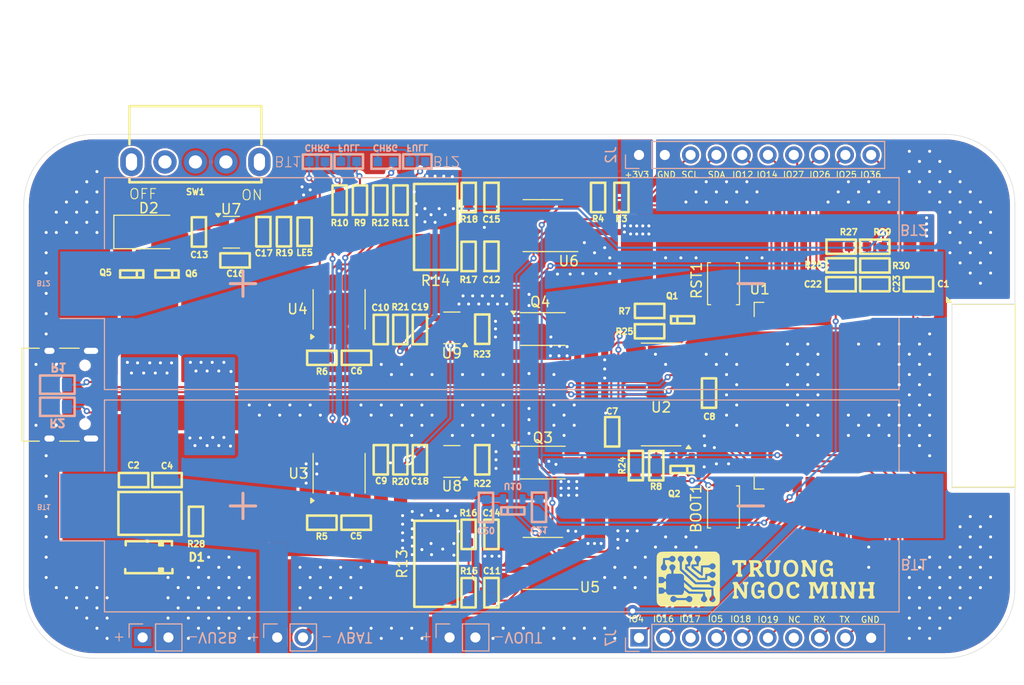
<source format=kicad_pcb>
(kicad_pcb (version 20240108) (generator "pcbnew") (generator_version "8.0")
  (layers (0 "F.Cu" signal) (31 "B.Cu" signal) (34 "B.Paste" user) (35 "F.Paste" user) (36 "B.SilkS" user "B.Silkscreen") (37 "F.SilkS" user "F.Silkscreen") (38 "B.Mask" user) (39 "F.Mask" user) (44 "Edge.Cuts" user))
  (net 0 "")
  (net 1 "B1+")
  (net 2 "B2+")
  (net 3 "+3V3")
  (net 4 "GND")
  (net 5 "5V_local")
  (net 6 "Net-(U2-V3)")
  (net 7 "VBAT1")
  (net 8 "VBAT2")
  (net 9 "Net-(U5-IN-)")
  (net 10 "Net-(U5-IN+)")
  (net 11 "Net-(U6-IN-)")
  (net 12 "Net-(U6-IN+)")
  (net 13 "B+_or_USB")
  (net 14 "Net-(U7-BP)")
  (net 15 "Net-(U8-VCC)")
  (net 16 "Net-(U9-VCC)")
  (net 17 "IO12")
  (net 18 "IO34")
  (net 19 "IO33")
  (net 20 "Net-(J1-CC1)")
  (net 22 "Net-(J1-CC2)")
  (net 24 "SDA")
  (net 25 "IO35")
  (net 26 "IO25")
  (net 27 "IO23")
  (net 28 "SCL")
  (net 29 "IO32")
  (net 30 "IO26")
  (net 31 "IO27")
  (net 32 "Net-(LE1-Pad2)")
  (net 33 "Net-(LE2-Pad2)")
  (net 34 "Net-(LE3-Pad2)")
  (net 35 "Net-(LE4-Pad2)")
  (net 36 "Net-(LE5-Pad1)")
  (net 37 "RTS")
  (net 38 "EN")
  (net 39 "Net-(Q1-B)")
  (net 40 "DTR")
  (net 41 "IO0")
  (net 42 "Net-(Q2-B)")
  (net 44 "Net-(U8-OC)")
  (net 46 "Net-(U8-OD)")
  (net 47 "Net-(U9-OD)")
  (net 48 "Net-(U9-OC)")
  (net 51 "Net-(U3-PROG)")
  (net 52 "Net-(U4-PROG)")
  (net 53 "Net-(U3-~{STDBY})")
  (net 54 "Net-(U3-~{CHRG})")
  (net 55 "Net-(U4-~{STDBY})")
  (net 56 "Net-(U4-~{CHRG})")
  (net 57 "Net-(U8-CS)")
  (net 58 "Net-(U9-CS)")
  (net 59 "/SDO")
  (net 60 "/SD2")
  (net 61 "/CMD")
  (net 62 "/SDI")
  (net 63 "/CLK")
  (net 65 "/SD3")
  (net 75 "D-")
  (net 76 "D+")
  (net 77 "TX")
  (net 78 "RX")
  (net 79 "IO17")
  (net 80 "IO39")
  (net 81 "IO16")
  (net 82 "IO13")
  (net 83 "IO4")
  (net 84 "IO2")
  (net 85 "IO14")
  (net 86 "IO19")
  (net 87 "IO18")
  (net 88 "IO36")
  (net 89 "IO5")
  (net 90 "IO15")
  (net 91 "B1-")
  (net 92 "B2-")
  (net 94 "VSW")
  (net 95 "VUSB")
  (footprint "IVS_FOOTPRINTS:C_0603" (layer "F.Cu") (at 135.25 98.515 -90)
    (property "Reference" "C10")
    (property "Value" "10uF")
  )
  (footprint "IVS_FOOTPRINTS:R_0603" (layer "F.Cu") (at 183.9 90.35)
    (property "Reference" "R29")
    (property "Value" "20K")
  )
  (footprint "IVS_FOOTPRINTS:R_0603" (layer "F.Cu") (at 183.91 92.2 180)
    (property "Reference" "R30")
    (property "Value" "10k")
  )
  (footprint "IVS_FOOTPRINTS:C_0603" (layer "F.Cu") (at 123.6875 88.875 -90)
    (property "Reference" "C17")
    (property "Value" "2.2uF")
  )
  (footprint "IVS_FOOTPRINTS:USB_C_Receptacle_XKB_U262-16XN-4BVC11" (layer "F.Cu") (at 103.7 104.935 -90)
    (property "Reference" "J1" (hide yes))
    (property "Value" "USB_C_Receptacle" (hide yes))
  )
  (footprint "Package_TO_SOT_SMD:SOT-23-5" (layer "F.Cu") (at 120.5375 88.925)
    (property "Reference" "U7")
    (property "Value" "MIC5219-3.3")
  )
  (footprint "IVS_FOOTPRINTS:R_0603" (layer "F.Cu") (at 129.45 117.55)
    (property "Reference" "R5")
    (property "Value" "1k2")
  )
  (footprint "IVS_FOOTPRINTS:R_0603" (layer "F.Cu") (at 129.45 101.3)
    (property "Reference" "R6")
    (property "Value" "1k2")
  )
  (footprint "IVS_FOOTPRINTS:C_0603" (layer "F.Cu") (at 120.9 91.7 180)
    (property "Reference" "C16")
    (property "Value" "470pF")
  )
  (footprint "IVS_FOOTPRINTS:SOT23-3" (layer "F.Cu") (at 164.92 112.3075 180)
    (property "Reference" "Q2")
    (property "Value" "SS8050")
  )
  (footprint "IVS_FOOTPRINTS:R_0603" (layer "F.Cu") (at 161.725 96.68 180)
    (property "Reference" "R25")
    (property "Value" "10k")
  )
  (footprint "Package_SO:TSSOP-8_4.4x3mm_P0.65mm" (layer "F.Cu") (at 151.21 111.625)
    (property "Reference" "Q3")
    (property "Value" "FS8205A")
  )
  (footprint "IVS_FOOTPRINTS:C_0603" (layer "F.Cu") (at 139.1 98.515 -90)
    (property "Reference" "C19")
    (property "Value" "0.1uF")
  )
  (footprint "IVS_FOOTPRINTS:R_0603" (layer "F.Cu") (at 180.58 92.19 180)
    (property "Reference" "R26")
    (property "Value" "20K")
  )
  (footprint "IVS_FOOTPRINTS:SOT23-3" (layer "F.Cu") (at 164.97 97.5575)
    (property "Reference" "Q1")
    (property "Value" "SS8050")
  )
  (footprint "IVS_FOOTPRINTS:R_0603" (layer "F.Cu") (at 180.59 90.35)
    (property "Reference" "R27")
    (property "Value" "10k")
  )
  (footprint "IVS_FOOTPRINTS:R_2512" (layer "F.Cu") (at 140.65 88.39 -90)
    (property "Reference" "R14")
    (property "Value" "0.1R")
  )
  (footprint "IVS_FOOTPRINTS:C_0603" (layer "F.Cu") (at 180.57 94.05 180)
    (property "Reference" "C22")
    (property "Value" "100nF")
  )
  (footprint "IVS_FOOTPRINTS:C_0603" (layer "F.Cu") (at 167.575 104.775 90)
    (property "Reference" "C8")
    (property "Value" "0.1uF")
  )
  (footprint "IVS_FOOTPRINTS:C_0603" (layer "F.Cu") (at 183.91 94.05)
    (property "Reference" "C23")
    (property "Value" "100nF")
  )
  (footprint "IVS_FOOTPRINTS:SOIC-8_3.9x4.9mm_P1.27mm" (layer "F.Cu") (at 151.21 88.275 180)
    (property "Reference" "U6")
    (property "Value" "INA219AxD")
  )
  (footprint "IVS_FOOTPRINTS:Fuse_1812_4532Metric" (layer "F.Cu") (at 112.525 116.625)
    (property "Reference" "F1" (hide yes))
    (property "Value" "Polyfuse" (hide yes))
  )
  (footprint "IVS_FOOTPRINTS:R_0603" (layer "F.Cu") (at 117.05 117.425 -90)
    (property "Reference" "R28")
    (property "Value" "10k")
  )
  (footprint "IVS_FOOTPRINTS:R_0603" (layer "F.Cu") (at 137.175 98.515 -90)
    (property "Reference" "R21")
    (property "Value" "330")
  )
  (footprint "IVS_FOOTPRINTS:C_0603" (layer "F.Cu") (at 132.86 101.3 180)
    (property "Reference" "C6")
    (property "Value" "10uF")
  )
  (footprint "IVS_FOOTPRINTS:R_0603" (layer "F.Cu") (at 158.95 85.5 -90)
    (property "Reference" "R3")
    (property "Value" "4k7")
  )
  (footprint "Button_Switch_SMD:SW_Push_SPST_NO_Alps_SKRK" (layer "F.Cu") (at 169 116 -90)
    (property "Reference" "BOOT1")
    (property "Value" "SW_Push")
  )
  (footprint "IVS_FOOTPRINTS:R_0603" (layer "F.Cu") (at 160.37 111.92 90)
    (property "Reference" "R24")
    (property "Value" "10k")
  )
  (footprint "IVS_FOOTPRINTS:R_0603" (layer "F.Cu") (at 145.24 98.48 -90)
    (property "Reference" "R23")
    (property "Value" "2k2")
  )
  (footprint "IVS_FOOTPRINTS:C_0603" (layer "F.Cu") (at 158.04 108.59 90)
    (property "Reference" "C7")
    (property "Value" "0.1uF")
  )
  (footprint "IVS_FOOTPRINTS:R_0603" (layer "F.Cu") (at 156.65 85.5 -90)
    (property "Reference" "R4")
    (property "Value" "4k7")
  )
  (footprint "IVS_FOOTPRINTS:R_0603" (layer "F.Cu") (at 143.91 85.505 -90)
    (property "Reference" "R18")
    (property "Value" "10R")
  )
  (footprint "IVS_FOOTPRINTS:R_0603" (layer "F.Cu") (at 143.9 118.7 -90)
    (property "Reference" "R16")
    (property "Value" "10R")
  )
  (footprint "IVS_FOOTPRINTS:C_0603" (layer "F.Cu") (at 114.2 113.35)
    (property "Reference" "C4")
    (property "Value" "10uF")
  )
  (footprint "Package_SO:TSSOP-8_4.4x3mm_P0.65mm" (layer "F.Cu") (at 151.21 98.465)
    (property "Reference" "Q4")
    (property "Value" "FS8205A")
  )
  (footprint "IVS_FOOTPRINTS:C_0603" (layer "F.Cu") (at 110.91 113.35 180)
    (property "Reference" "C2")
    (property "Value" "10uF")
  )
  (footprint "IVS_FOOTPRINTS:R_0603" (layer "F.Cu") (at 161.72 98.69)
    (property "Reference" "R7")
    (property "Value" "10k")
  )
  (footprint "IVS_FOOTPRINTS:SOIC-8_3.9x4.9mm_P1.27mm" (layer "F.Cu") (at 151.21 121.56 180)
    (property "Reference" "U5")
    (property "Value" "INA219AxD")
  )
  (footprint "IVS_FOOTPRINTS:R_0603" (layer "F.Cu") (at 145.24 111.35 -90)
    (property "Reference" "R22")
    (property "Value" "2k2")
  )
  (footprint "Package_TO_SOT_SMD:SOT-23-6" (layer "F.Cu") (at 142.25 111.5125 180)
    (property "Reference" "U8")
    (property "Value" "DW01A")
  )
  (footprint "IVS_FOOTPRINTS:R_0603" (layer "F.Cu") (at 143.9 91.31 90)
    (property "Reference" "R17")
    (property "Value" "10R")
  )
  (footprint "IVS_FOOTPRINTS:C_0603" (layer "F.Cu") (at 188.189414 94.057244 180)
    (property "Reference" "C1")
    (property "Value" "100nF")
  )
  (footprint "IVS_FOOTPRINTS:R_0603" (layer "F.Cu") (at 135.2 85.76 90)
    (property "Reference" "R12")
    (property "Value" "1k")
  )
  (footprint "Package_TO_SOT_SMD:SOT-23-6" (layer "F.Cu") (at 142.25 98.3525 180)
    (property "Reference" "U9")
    (property "Value" "DW01A")
  )
  (footprint "IVS_FOOTPRINTS:C_0603" (layer "F.Cu") (at 135.25 111.35 -90)
    (property "Reference" "C9")
    (property "Value" "10uF")
  )
  (footprint "IVS_FOOTPRINTS:R_0603" (layer "F.Cu") (at 162.38 111.93 -90)
    (property "Reference" "R8")
    (property "Value" "10k")
  )
  (footprint "IVS_FOOTPRINTS:C_0603" (layer "F.Cu") (at 146.15 85.5 -90)
    (property "Reference" "C15")
    (property "Value" "10uF")
  )
  (footprint "IVS_FOOTPRINTS:R_0603" (layer "F.Cu") (at 125.7125 88.875 -90)
    (property "Reference" "R19")
    (property "Value" "1k")
  )
  (footprint "IVS_FOOTPRINTS:R_2512" (layer "F.Cu") (at 140.675 121.59 -90)
    (property "Reference" "R13")
    (property "Value" "0.1R")
  )
  (footprint "IVS_FOOTPRINTS:R_0603" (layer "F.Cu") (at 131.2 85.76 90)
    (property "Reference" "R10")
    (property "Value" "1k")
  )
  (footprint "IVS_FOOTPRINTS:C_0603" (layer "F.Cu") (at 139.1 111.35 -90)
    (property "Reference" "C18")
    (property "Value" "0.1uF")
  )
  (footprint "IVS_FOOTPRINTS:C_0603" (layer "F.Cu") (at 117.3375 88.9 -90)
    (property "Reference" "C13")
    (property "Value" "10uF")
  )
  (footprint "IVS_FOOTPRINTS:C_0603" (layer "F.Cu") (at 146.15 124.45 90)
    (property "Reference" "C11")
    (property "Value" "0.1uF")
  )
  (footprint "Package_SO:SOIC-16_3.9x9.9mm_P1.27mm" (layer "F.Cu") (at 162.855 104.915 180)
    (property "Reference" "U2")
    (property "Value" "CH340C")
  )
  (footprint "IVS_FOOTPRINTS:R_0603" (layer "F.Cu") (at 137.2 85.76 90)
    (property "Reference" "R11")
    (property "Value" "1k")
  )
  (footprint "logo:minh_logo" (layer "F.Cu") (at 173.15 123.1)
    (property "Reference" "G***" (hide yes))
    (property "Value" "LOGO" (hide yes))
  )
  (footprint "IVS_FOOTPRINTS:C_0603" (layer "F.Cu") (at 146.15 91.3 90)
    (property "Reference" "C12")
    (property "Value" "0.1uF")
  )
  (footprint "IVS_FOOTPRINTS:R_0603" (layer "F.Cu") (at 137.175 111.35 -90)
    (property "Reference" "R20")
    (property "Value" "330")
  )
  (footprint "IVS_FOOTPRINTS:R_0603" (layer "F.Cu") (at 143.9 124.45 90)
    (property "Reference" "R15")
    (property "Value" "10R")
  )
  (footprint "IVS_FOOTPRINTS:C_0603" (layer "F.Cu") (at 132.825 117.55 180)
    (property "Reference" "C5")
    (property "Value" "10uF")
  )
  (footprint "IVS_FOOTPRINTS:Minh_ESP32-WROOM-32E" (layer "F.Cu") (at 184.97 105.035 -90)
    (property "Reference" "U1")
    (property "Value" "ESP32-WROOM-32")
  )
  (footprint "IVS_FOOTPRINTS:L_0603" (layer "F.Cu") (at 127.75 88.875 90)
    (property "Reference" "LE5")
    (property "Value" "Led")
  )
  (footprint "IVS_FOOTPRINTS:Package-Diode-D_SMA" (layer "F.Cu") (at 112.535 120.925 180)
    (property "Reference" "D1")
    (property "Value" "D_TVS")
  )
  (footprint "Package_SO:SOIC-8-1EP_3.9x4.9mm_P1.27mm_EP2.514x3.2mm" (layer "F.Cu") (at 131.147084 96.53 90)
    (property "Reference" "U4")
    (property "Value" "TP4056")
  )
  (footprint "Button_Switch_SMD:SW_Push_SPST_NO_Alps_SKRK" (layer "F.Cu") (at 169 94 90)
    (property "Reference" "RST1")
    (property "Value" "SW_Push")
  )
  (footprint "IVS_FOOTPRINTS:R_0603" (layer "F.Cu") (at 133.2 85.76 90)
    (property "Reference" "R9")
    (property "Value" "1k")
  )
  (footprint "Diode_SMD:D_SMA" (layer "F.Cu") (at 112.475 88.9)
    (property "Reference" "D2")
    (property "Value" "~")
  )
  (footprint "IVS_FOOTPRINTS:SOT23-3" (layer "F.Cu") (at 110.725 93.0375 180)
    (property "Reference" "Q5")
    (property "Value" "Q_PMOS_GSD")
  )
  (footprint "IVS_FOOTPRINTS:SlideSwitch-SS_12F23G4" (layer "F.Cu") (at 117 82 180)
    (property "Reference" "SW1")
    (property "Value" "SW" (hide yes))
  )
  (footprint "Package_SO:SOIC-8-1EP_3.9x4.9mm_P1.27mm_EP2.514x3.2mm" (layer "F.Cu") (at 131.147084 112.672563 90)
    (property "Reference" "U3")
    (property "Value" "TP4056")
  )
  (footprint "IVS_FOOTPRINTS:C_0603" (layer "F.Cu") (at 146.15 118.7 90)
    (property "Reference" "C14")
    (property "Value" "10uF")
  )
  (footprint "IVS_FOOTPRINTS:SOT23-3" (layer "F.Cu") (at 114.2 93.0375 180)
    (property "Reference" "Q6")
    (property "Value" "Q_PMOS_GSD")
  )
  (footprint "IVS_FOOTPRINTS:L_0603" (layer "B.Cu") (at 135.73 81.97)
    (property "Reference" "CHRG")
    (property "Value" "Red")
  )
  (footprint "IVS_FOOTPRINTS:L_0603" (layer "B.Cu") (at 128.98 81.97)
    (property "Reference" "CHRG")
    (property "Value" "Red")
  )
  (footprint "IVS_FOOTPRINTS:SOT23-3" (layer "B.Cu") (at 148.255 116.385)
    (property "Reference" "U10")
    (property "Value" "MCP9700Ax-ETT")
  )
  (footprint "IVS_FOOTPRINTS:L_0603" (layer "B.Cu") (at 132.1 81.95)
    (property "Reference" "FULL")
    (property "Value" "Green")
  )
  (footprint "Connector_PinHeader_2.54mm:PinHeader_1x02_P2.54mm_Vertical" (layer "B.Cu") (at 111.8 128.86 -90)
    (property "Reference" "VUSB")
    (property "Value" "Conn_01x02")
  )
  (footprint "IVS_FOOTPRINTS:L_0603" (layer "B.Cu") (at 138.85 81.95)
    (property "Reference" "FULL")
    (property "Value" "Green")
  )
  (footprint "IVS_FOOTPRINTS:C_0603" (layer "B.Cu") (at 150.83 116.03 -90)
    (property "Reference" "C21")
    (property "Value" "100nF")
  )
  (footprint "IVS_FOOTPRINTS:R_0805" (layer "B.Cu") (at 103.4 103.945)
    (property "Reference" "R1")
    (property "Value" "5k1")
  )
  (footprint "IVS_FOOTPRINTS:Minh_BatteryHolder_Keystone_1042_1x18650" (layer "B.Cu") (at 146.68 115.9)
    (property "Reference" "BT1")
    (property "Value" "Battery_Cell")
  )
  (footprint "Connector_PinSocket_2.54mm:PinSocket_1x10_P2.54mm_Vertical" (layer "B.Cu") (at 160.68 128.9 -90)
    (property "Reference" "J7")
    (property "Value" "Conn_01x10")
  )
  (footprint "IVS_FOOTPRINTS:Minh_BatteryHolder_Keystone_1042_1x18650" (layer "B.Cu") (at 146.68 93.99)
    (property "Reference" "BT2")
    (property "Value" "Battery_Cell")
  )
  (footprint "Connector_PinSocket_2.54mm:PinSocket_1x10_P2.54mm_Vertical" (layer "B.Cu") (at 160.68 81.31 -90)
    (property "Reference" "J2")
    (property "Value" "Conn_01x10")
  )
  (footprint "Connector_PinHeader_2.54mm:PinHeader_1x02_P2.54mm_Vertical" (layer "B.Cu") (at 142.025 128.86 -90)
    (property "Reference" "VOUT")
    (property "Value" "Conn_01x02")
  )
  (footprint "Connector_PinHeader_2.54mm:PinHeader_1x02_P2.54mm_Vertical" (layer "B.Cu") (at 125.05 128.86 -90)
    (property "Reference" "VBAT")
    (property "Value" "Conn_01x02")
  )
  (footprint "IVS_FOOTPRINTS:C_0603" (layer "B.Cu") (at 145.61 116.045 -90)
    (property "Reference" "C20")
    (property "Value" "10uF")
  )
  (footprint "IVS_FOOTPRINTS:R_0805" (layer "B.Cu") (at 103.4 106.125)
    (property "Reference" "R2")
    (property "Value" "5k1")
  )
  (gr_line (start 191.5 96) (end 197.7 96) (stroke (width 0.05)) (layer "Edge.Cuts"))
  (gr_arc (start 197.7 124) (mid 195.679037 128.879037) (end 190.8 130.9) (stroke (width 0.05)) (layer "Edge.Cuts"))
  (gr_line (start 100.1 124) (end 100.1 86.18) (stroke (width 0.05)) (layer "Edge.Cuts"))
  (gr_line (start 191.5 96) (end 191.5 114.1) (stroke (width 0.05)) (layer "Edge.Cuts"))
  (gr_line (start 197.7 114.1) (end 197.7 124) (stroke (width 0.05)) (layer "Edge.Cuts"))
  (gr_line (start 190.8 130.9) (end 107 130.9) (stroke (width 0.05)) (layer "Edge.Cuts"))
  (gr_line (start 191.5 114.1) (end 197.7 114.1) (stroke (width 0.05)) (layer "Edge.Cuts"))
  (gr_line (start 197.7 96) (end 197.7 86.18) (stroke (width 0.05)) (layer "Edge.Cuts"))
  (gr_line (start 190.8 79.28) (end 107 79.28) (stroke (width 0.05)) (layer "Edge.Cuts"))
  (gr_arc (start 100.1 86.18) (mid 102.120963 81.300963) (end 107 79.28) (stroke (width 0.05)) (layer "Edge.Cuts"))
  (gr_arc (start 190.8 79.28) (mid 195.679037 81.300963) (end 197.7 86.18) (stroke (width 0.05)) (layer "Edge.Cuts"))
  (gr_arc (start 107 130.9) (mid 102.120963 128.879037) (end 100.1 124) (stroke (width 0.05)) (layer "Edge.Cuts"))
  (gr_text "BT1" (at 101.35 115.7 180) (layer "B.SilkS") (effects (font (size 0.5 0.5) (thickness 0.1)) (justify left bottom mirror)))
  (gr_text "BT1" (at 124.7 81.35 180) (layer "B.SilkS") (effects (font (size 1 1) (thickness 0.1)) (justify left bottom mirror)))
  (gr_text "-" (at 129.245 129.29 0) (layer "B.SilkS") (effects (font (size 1 1) (thickness 0.1)) (justify left bottom)))
  (gr_text "BT2" (at 101.3 93.65 180) (layer "B.SilkS") (effects (font (size 0.5 0.5) (thickness 0.1)) (justify left bottom mirror)))
  (gr_text "+" (at 139.05 129.29 0) (layer "B.SilkS") (effects (font (size 1 1) (thickness 0.1)) (justify left bottom)))
  (gr_text "+" (at 108.795 129.33 0) (layer "B.SilkS") (effects (font (size 1 1) (thickness 0.1)) (justify left bottom)))
  (gr_text "-" (at 146.17 129.305 0) (layer "B.SilkS") (effects (font (size 1 1) (thickness 0.1)) (justify left bottom)))
  (gr_text "BT2" (at 140.3 81.35 180) (layer "B.SilkS") (effects (font (size 1 1) (thickness 0.1)) (justify left bottom mirror)))
  (gr_text "-" (at 116.045 129.305 0) (layer "B.SilkS") (effects (font (size 1 1) (thickness 0.1)) (justify left bottom)))
  (gr_text "+" (at 122.07 129.355 0) (layer "B.SilkS") (effects (font (size 1 1) (thickness 0.1)) (justify left bottom)))
  (gr_text "IO18" (at 169.6 127.4 0) (layer "F.SilkS") (effects (font (size 0.6 0.6) (thickness 0.1)) (justify left bottom)))
  (gr_text "IO19\n" (at 172.3 127.45 0) (layer "F.SilkS") (effects (font (size 0.6 0.6) (thickness 0.1)) (justify left bottom)))
  (gr_text "IO36" (at 182.4 83.6 0) (layer "F.SilkS") (effects (font (size 0.6 0.6) (thickness 0.1)) (justify left bottom)))
  (gr_text "IO5" (at 167.4 127.4 0) (layer "F.SilkS") (effects (font (size 0.6 0.6) (thickness 0.1)) (justify left bottom)))
  (gr_text "IO26" (at 177.4 83.6 0) (layer "F.SilkS") (effects (font (size 0.6 0.6) (thickness 0.1)) (justify left bottom)))
  (gr_text "SDA" (at 167.4 83.6 0) (layer "F.SilkS") (effects (font (size 0.6 0.6) (thickness 0.1)) (justify left bottom)))
  (gr_text "SCL\n" (at 164.8 83.6 0) (layer "F.SilkS") (effects (font (size 0.6 0.6) (thickness 0.1)) (justify left bottom)))
  (gr_text "GND" (at 162.4 83.6 0) (layer "F.SilkS") (effects (font (size 0.6 0.6) (thickness 0.1)) (justify left bottom)))
  (gr_text "IO16" (at 162 127.4 0) (layer "F.SilkS") (effects (font (size 0.6 0.6) (thickness 0.1)) (justify left bottom)))
  (gr_text "IO14" (at 172.2 83.6 0) (layer "F.SilkS") (effects (font (size 0.6 0.6) (thickness 0.1)) (justify left bottom)))
  (gr_text "OFF\n" (at 110.4 85.75 0) (layer "F.SilkS") (effects (font (size 1 1) (thickness 0.1)) (justify left bottom)))
  (gr_text "IO12" (at 169.8 83.6 0) (layer "F.SilkS") (effects (font (size 0.6 0.6) (thickness 0.1)) (justify left bottom)))
  (gr_text "TX" (at 180.35 127.45 0) (layer "F.SilkS") (effects (font (size 0.6 0.6) (thickness 0.1)) (justify left bottom)))
  (gr_text "IO17" (at 164.6 127.4 0) (layer "F.SilkS") (effects (font (size 0.6 0.6) (thickness 0.1)) (justify left bottom)))
  (gr_text "IO25" (at 180 83.6 0) (layer "F.SilkS") (effects (font (size 0.6 0.6) (thickness 0.1)) (justify left bottom)))
  (gr_text "ON\n" (at 121.45 85.85 0) (layer "F.SilkS") (effects (font (size 1 1) (thickness 0.1)) (justify left bottom)))
  (gr_text "IO27" (at 174.8 83.6 0) (layer "F.SilkS") (effects (font (size 0.6 0.6) (thickness 0.1)) (justify left bottom)))
  (gr_text "RX" (at 177.775 127.45 0) (layer "F.SilkS") (effects (font (size 0.6 0.6) (thickness 0.1)) (justify left bottom)))
  (gr_text "+3V3" (at 159.2 83.6 0) (layer "F.SilkS") (effects (font (size 0.6 0.6) (thickness 0.1)) (justify left bottom)))
  (gr_text "IO4" (at 159.6 127.4 0) (layer "F.SilkS") (effects (font (size 0.6 0.6) (thickness 0.1)) (justify left bottom)))
  (gr_text "NC" (at 175.3 127.45 0) (layer "F.SilkS") (effects (font (size 0.6 0.6) (thickness 0.1)) (justify left bottom)))
  (gr_text "GND" (at 182.475 127.45 0) (layer "F.SilkS") (effects (font (size 0.6 0.6) (thickness 0.1)) (justify left bottom)))
  (segment (start 142.1 95.3) (end 142.1 100.1) (width 0.2) (layer "F.Cu") (net 1))
  (segment (start 143.2 94.2) (end 142.1 95.3) (width 0.2) (layer "F.Cu") (net 1))
  (segment (start 150 94.2) (end 143.2 94.2) (width 0.2) (layer "F.Cu") (net 1))
  (segment (start 151.95 92.25) (end 150 94.2) (width 0.2) (layer "F.Cu") (net 1))
  (segment (start 179.805 92.19) (end 178.81 92.19) (width 0.2) (layer "F.Cu") (net 1))
  (segment (start 137.9 111.4) (end 137.175 112.125) (width 0.2) (layer "F.Cu") (net 1))
  (segment (start 137.95 111.4) (end 137.9 111.4) (width 0.2) (layer "F.Cu") (net 1))
  (segment (start 178.81 92.19) (end 178.8 92.2) (width 0.2) (layer "F.Cu") (net 1))
  (via (at 139.3 120.2) (size 0.6) (drill 0.3) (layers "F.Cu" "B.Cu") (net 1))
  (via (at 112.5 101.8) (size 0.6) (drill 0.3) (layers "F.Cu" "B.Cu") (net 1))
  (via (at 137.4 118.55) (size 0.6) (drill 0.3) (layers "F.Cu" "B.Cu") (net 1))
  (via (at 142.6 116.9) (size 0.6) (drill 0.3) (layers "F.Cu" "B.Cu") (net 1))
  (via (at 137.4 119.3) (size 0.6) (drill 0.3) (layers "F.Cu" "B.Cu") (net 1))
  (via (at 142.45 119.6) (size 0.6) (drill 0.3) (layers "F.Cu" "B.Cu") (net 1))
  (via (at 139.3 116.8) (size 0.6) (drill 0.3) (layers "F.Cu" "B.Cu") (net 1))
  (via (at 140.25 120.7) (size 0.6) (drill 0.3) (layers "F.Cu" "B.Cu") (net 1))
  (via (at 138.35 119) (size 0.6) (drill 0.3) (layers "F.Cu" "B.Cu") (net 1))
  (via (at 137.4 120.05) (size 0.6) (drill 0.3) (layers "F.Cu" "B.Cu") (net 1))
  (via (at 138.35 117.3) (size 0.6) (drill 0.3) (layers "F.Cu" "B.Cu") (net 1))
  (via (at 142.45 120.75) (size 0.6) (drill 0.3) (layers "F.Cu" "B.Cu") (net 1))
  (via (at 137.95 111.4) (size 0.6) (drill 0.3) (layers "F.Cu" "B.Cu") (net 1))
  (via (at 113.05 102.8) (size 0.6) (drill 0.3) (layers "F.Cu" "B.Cu") (net 1))
  (via (at 114.2 102.8) (size 0.6) (drill 0.3) (layers "F.Cu" "B.Cu") (net 1))
  (via (at 142.1 100.1) (size 0.6) (drill 0.3) (layers "F.Cu" "B.Cu") (net 1))
  (via (at 140.9 116.85) (size 0.6) (drill 0.3) (layers "F.Cu" "B.Cu") (net 1))
  (via (at 110.7 102.8) (size 0.6) (drill 0.3) (layers "F.Cu" "B.Cu") (net 1))
  (via (at 140.2 119.6) (size 0.6) (drill 0.3) (layers "F.Cu" "B.Cu") (net 1))
  (via (at 111.9 102.8) (size 0.6) (drill 0.3) (layers "F.Cu" "B.Cu") (net 1))
  (via (at 140.2 116.35) (size 0.6) (drill 0.3) (layers "F.Cu" "B.Cu") (net 1))
  (via (at 110.3 101.75) (size 0.6) (drill 0.3) (layers "F.Cu" "B.Cu") (net 1))
  (via (at 151.95 92.25) (size 0.6) (drill 0.3) (layers "F.Cu" "B.Cu") (net 1))
  (via (at 111.3 101.8) (size 0.6) (drill 0.3) (layers "F.Cu" "B.Cu") (net 1))
  (via (at 113.55 101.8) (size 0.6) (drill 0.3) (layers "F.Cu" "B.Cu") (net 1))
  (via (at 138.35 120.7) (size 0.6) (drill 0.3) (layers "F.Cu" "B.Cu") (net 1))
  (via (at 137.4 117.7) (size 0.6) (drill 0.3) (layers "F.Cu" "B.Cu") (net 1))
  (via (at 138.35 119.85) (size 0.6) (drill 0.3) (layers "F.Cu" "B.Cu") (net 1))
  (via (at 138.35 118.15) (size 0.6) (drill 0.3) (layers "F.Cu" "B.Cu") (net 1))
  (via (at 137.4 116.85) (size 0.6) (drill 0.3) (layers "F.Cu" "B.Cu") (net 1))
  (via (at 142.9 118.4) (size 0.6) (drill 0.3) (layers "F.Cu" "B.Cu") (net 1))
  (via (at 178.8 92.2) (size 0.6) (drill 0.3) (layers "F.Cu" "B.Cu") (net 1))
  (via (at 141.8 116.35) (size 0.6) (drill 0.3) (layers "F.Cu" "B.Cu") (net 1))
  (via (at 138.35 116.45) (size 0.6) (drill 0.3) (layers "F.Cu" "B.Cu") (net 1))
  (via (at 114.65 101.8) (size 0.6) (drill 0.3) (layers "F.Cu" "B.Cu") (net 1))
  (via (at 141.35 120.15) (size 0.6) (drill 0.3) (layers "F.Cu" "B.Cu") (net 1))
  (segment (start 178.8 92.2) (end 152 92.2) (width 0.2) (layer "B.Cu") (net 1))
  (segment (start 142.1 100.1) (end 142.1 107.25) (width 0.2) (layer "B.Cu") (net 1))
  (segment (start 152 92.2) (end 151.95 92.25) (width 0.2) (layer "B.Cu") (net 1))
  (segment (start 142.1 107.25) (end 137.95 111.4) (width 0.2) (layer "B.Cu") (net 1))
  (segment (start 184.7 90.325) (end 184.675 90.35) (width 0.2) (layer "F.Cu") (net 2))
  (segment (start 184.7 89.05) (end 184.7 90.325) (width 0.2) (layer "F.Cu") (net 2))
  (segment (start 137.175 100.625) (end 137.15 100.65) (width 0.5) (layer "F.Cu") (net 2))
  (segment (start 137.175 99.29) (end 137.175 100.625) (width 0.5) (layer "F.Cu") (net 2))
  (via (at 141 86.6) (size 0.6) (drill 0.3) (layers "F.Cu" "B.Cu") (net 2))
  (via (at 140.6 87.95) (size 0.6) (drill 0.3) (layers "F.Cu" "B.Cu") (net 2))
  (via (at 142.3 83.45) (size 0.6) (drill 0.3) (layers "F.Cu" "B.Cu") (net 2))
  (via (at 141.6 87.2) (size 0.6) (drill 0.3) (layers "F.Cu" "B.Cu") (net 2))
  (via (at 139.6 87.9) (size 0.6) (drill 0.3) (layers "F.Cu" "B.Cu") (net 2))
  (via (at 138.8 87.2) (size 0.6) (drill 0.3) (layers "F.Cu" "B.Cu") (net 2))
  (via (at 138.7 86.1) (size 0.6) (drill 0.3) (layers "F.Cu" "B.Cu") (net 2))
  (via (at 139.6 86.6) (size 0.6) (drill 0.3) (layers "F.Cu" "B.Cu") (net 2))
  (via (at 184.7 89.05) (size 0.6) (drill 0.3) (layers "F.Cu" "B.Cu") (net 2))
  (via (at 142.4 86.6) (size 0.6) (drill 0.3) (layers "F.Cu" "B.Cu") (net 2))
  (via (at 140.2 87.2) (size 0.6) (drill 0.3) (layers "F.Cu" "B.Cu") (net 2))
  (via (at 140.6 83.4) (size 0.6) (drill 0.3) (layers "F.Cu" "B.Cu") (net 2))
  (via (at 139.8 83.4) (size 0.6) (drill 0.3) (layers "F.Cu" "B.Cu") (net 2))
  (via (at 141.45 83.4) (size 0.6) (drill 0.3) (layers "F.Cu" "B.Cu") (net 2))
  (via (at 138.55 84.95) (size 0.6) (drill 0.3) (layers "F.Cu" "B.Cu") (net 2))
  (via (at 137.15 100.65) (size 0.6) (drill 0.3) (layers "F.Cu" "B.Cu") (net 2))
  (segment (start 140.6 87.95) (end 140.6 87.75) (width 0.5) (layer "B.Cu") (net 2))
  (segment (start 140.6 97.2) (end 140.6 87.95) (width 0.5) (layer "B.Cu") (net 2))
  (segment (start 154.7 86.6) (end 158.55 90.45) (width 0.2) (layer "B.Cu") (net 2))
  (segment (start 183.3 90.45) (end 184.7 89.05) (width 0.2) (layer "B.Cu") (net 2))
  (segment (start 137.15 100.65) (end 140.6 97.2) (width 0.5) (layer "B.Cu") (net 2))
  (segment (start 142.4 86.6) (end 154.7 86.6) (width 0.2) (layer "B.Cu") (net 2))
  (segment (start 158.55 90.45) (end 183.3 90.45) (width 0.2) (layer "B.Cu") (net 2))
  (segment (start 153.685 88.91) (end 159.239968 88.91) (width 0.6) (layer "F.Cu") (net 3))
  (segment (start 159.25 88.9) (end 159.24 88.91) (width 0.6) (layer "F.Cu") (net 3))
  (segment (start 159.24 88.91) (end 159.239968 88.91) (width 0.6) (layer "F.Cu") (net 3))
  (via (at 145.5 120.85) (size 0.6) (drill 0.3) (layers "F.Cu" "B.Cu") (net 3))
  (via (at 161.05 89.1) (size 0.6) (drill 0.3) (layers "F.Cu" "B.Cu") (net 3))
  (via (at 189 88.7) (size 0.6) (drill 0.3) (layers "F.Cu" "B.Cu") (net 3))
  (via (at 159.25 88.3) (size 0.6) (drill 0.3) (layers "F.Cu" "B.Cu") (net 3))
  (via (at 189 87.5) (size 0.6) (drill 0.3) (layers "F.Cu" "B.Cu") (net 3))
  (via (at 189 88.1) (size 0.6) (drill 0.3) (layers "F.Cu" "B.Cu") (net 3))
  (via (at 159.85 88.3) (size 0.6) (drill 0.3) (layers "F.Cu" "B.Cu") (net 3))
  (via (at 146.9 120.85) (size 0.6) (drill 0.3) (layers "F.Cu" "B.Cu") (net 3))
  (via (at 155.65 119.6) (size 0.6) (drill 0.3) (layers "F.Cu" "B.Cu") (net 3))
  (via (at 156.3 119.6) (size 0.6) (drill 0.3) (layers "F.Cu" "B.Cu") (net 3))
  (via (at 161.65 89.1) (size 0.6) (drill 0.3) (layers "F.Cu" "B.Cu") (net 3))
  (via (at 160.45 88.3) (size 0.6) (drill 0.3) (layers "F.Cu" "B.Cu") (net 3))
  (via (at 189 89.3) (size 0.6) (drill 0.3) (layers "F.Cu" "B.Cu") (net 3))
  (via (at 161.05 88.3) (size 0.6) (drill 0.3) (layers "F.Cu" "B.Cu") (net 3))
  (via (at 156.95 119.6) (size 0.6) (drill 0.3) (layers "F.Cu" "B.Cu") (net 3))
  (via (at 146.2 120.85) (size 0.6) (drill 0.3) (layers "F.Cu" "B.Cu") (net 3))
  (via (at 160.45 89.1) (size 0.6) (drill 0.3) (layers "F.Cu" "B.Cu") (net 3))
  (via (at 159.85 89.1) (size 0.6) (drill 0.3) (layers "F.Cu" "B.Cu") (net 3))
  (via (at 161.65 88.3) (size 0.6) (drill 0.3) (layers "F.Cu" "B.Cu") (net 3))
  (via (at 159.239968 88.91) (size 0.6) (drill 0.3) (layers "F.Cu" "B.Cu") (net 3))
  (segment (start 147.2825 115.27) (end 147.305 115.2475) (width 0.5) (layer "B.Cu") (net 3))
  (segment (start 144.71 124.84) (end 144.7 124.85) (width 0.5) (layer "B.Cu") (net 3))
  (segment (start 145.61 115.27) (end 147.2825 115.27) (width 0.5) (layer "B.Cu") (net 3))
  (segment (start 144.98 115.27) (end 144.71 115.54) (width 0.5) (layer "B.Cu") (net 3))
  (segment (start 144.71 115.54) (end 144.71 124.84) (width 0.5) (layer "B.Cu") (net 3))
  (segment (start 145.61 115.27) (end 144.98 115.27) (width 0.5) (layer "B.Cu") (net 3))
  (segment (start 107.55 101.585) (end 107.55 101.885) (width 0.2) (layer "F.Cu") (net 4))
  (segment (start 107.55 107.985) (end 107.55 108.285) (width 0.2) (layer "F.Cu") (net 4))
  (via (at 106.3 83.95) (size 0.6) (drill 0.3) (layers "F.Cu" "B.Cu") (net 4))
  (via (at 185.3 106.95) (size 0.6) (drill 0.3) (layers "F.Cu" "B.Cu") (net 4))
  (via (at 192.3 125.95) (size 0.6) (drill 0.3) (layers "F.Cu" "B.Cu") (net 4))
  (via (at 147.65 96) (size 0.6) (drill 0.3) (layers "F.Cu" "B.Cu") (net 4))
  (via (at 193.3 90.95) (size 0.6) (drill 0.3) (layers "F.Cu" "B.Cu") (net 4))
  (via (at 159.55 118.35) (size 0.6) (drill 0.3) (layers "F.Cu" "B.Cu") (net 4))
  (via (at 183.3 83.95) (size 0.6) (drill 0.3) (layers "F.Cu" "B.Cu") (net 4))
  (via (at 192.3 119.95) (size 0.6) (drill 0.3) (layers "F.Cu" "B.Cu") (net 4))
  (via (at 138.3 102.95) (size 0.6) (drill 0.3) (layers "F.Cu" "B.Cu") (net 4))
  (via (at 115.3 123.95) (size 0.6) (drill 0.3) (layers "F.Cu" "B.Cu") (net 4))
  (via (at 190.3 123.95) (size 0.6) (drill 0.3) (layers "F.Cu" "B.Cu") (net 4))
  (via (at 191.3 120.95) (size 0.6) (drill 0.3) (layers "F.Cu" "B.Cu") (net 4))
  (via (at 102.3 96.95) (size 0.6) (drill 0.3) (layers "F.Cu" "B.Cu") (net 4))
  (via (at 175.3 103.95) (size 0.6) (drill 0.3) (layers "F.Cu" "B.Cu") (net 4))
  (via (at 101.3 101.95) (size 0.6) (drill 0.3) (layers "F.Cu" "B.Cu") (net 4))
  (via (at 102.3 120.95) (size 0.6) (drill 0.3) (layers "F.Cu" "B.Cu") (net 4))
  (via (at 127.5 84.45) (size 0.6) (drill 0.3) (layers "F.Cu" "B.Cu") (net 4))
  (via (at 118.3 126.95) (size 0.6) (drill 0.3) (layers "F.Cu" "B.Cu") (net 4))
  (via (at 193.3 84.95) (size 0.6) (drill 0.3) (layers "F.Cu" "B.Cu") (net 4))
  (via (at 189.3 100.95) (size 0.6) (drill 0.3) (layers "F.Cu" "B.Cu") (net 4))
  (via (at 165.3 85.95) (size 0.6) (drill 0.3) (layers "F.Cu" "B.Cu") (net 4))
  (via (at 121.3 125.95) (size 0.6) (drill 0.3) (layers "F.Cu" "B.Cu") (net 4))
  (via (at 188.3 83.95) (size 0.6) (drill 0.3) (layers "F.Cu" "B.Cu") (net 4))
  (via (at 177.3 101.95) (size 0.6) (drill 0.3) (layers "F.Cu" "B.Cu") (net 4))
  (via (at 187.3 102.95) (size 0.6) (drill 0.3) (layers "F.Cu" "B.Cu") (net 4))
  (via (at 136.3 102.95) (size 0.6) (drill 0.3) (layers "F.Cu" "B.Cu") (net 4))
  (via (at 195.3 122.95) (size 0.6) (drill 0.3) (layers "F.Cu" "B.Cu") (net 4))
  (via (at 184.3 99.95) (size 0.6) (drill 0.3) (layers "F.Cu" "B.Cu") (net 4))
  (via (at 146.55 98.45) (size 0.6) (drill 0.3) (layers "F.Cu" "B.Cu") (net 4))
  (via (at 152.3 107.95) (size 0.6) (drill 0.3) (layers "F.Cu" "B.Cu") (net 4))
  (via (at 146.6 110.55) (size 0.6) (drill 0.3) (layers "F.Cu" "B.Cu") (net 4))
  (via (at 132.3 122.95) (size 0.6) (drill 0.3) (layers "F.Cu" "B.Cu") (net 4))
  (via (at 163.3 101.95) (size 0.6) (drill 0.3) (layers "F.Cu" "B.Cu") (net 4))
  (via (at 147.3 127.95) (size 0.6) (drill 0.3) (layers "F.Cu" "B.Cu") (net 4))
  (via (at 158.6 119.2) (size 0.6) (drill 0.3) (layers "F.Cu" "B.Cu") (net 4))
  (via (at 102.3 122.95) (size 0.6) (drill 0.3) (layers "F.Cu" "B.Cu") (net 4))
  (via (at 191.3 122.95) (size 0.6) (drill 0.3) (layers "F.Cu" "B.Cu") (net 4))
  (via (at 105.3 88.95) (size 0.6) (drill 0.3) (layers "F.Cu" "B.Cu") (net 4))
  (via (at 184.3 84.95) (size 0.6) (drill 0.3) (layers "F.Cu" "B.Cu") (net 4))
  (via (at 103.3 86.95) (size 0.6) (drill 0.3) (layers "F.Cu" "B.Cu") (net 4))
  (via (at 187.3 106.95) (size 0.6) (drill 0.3) (layers "F.Cu" "B.Cu") (net 4))
  (via (at 194.3 89.95) (size 0.6) (drill 0.3) (layers "F.Cu" "B.Cu") (net 4))
  (via (at 116.3 128.95) (size 0.6) (drill 0.3) (layers "F.Cu" "B.Cu") (net 4))
  (via (at 103.3 123.95) (size 0.6) (drill 0.3) (layers "F.Cu" "B.Cu") (net 4))
  (via (at 157.3 101.5) (size 0.6) (drill 0.3) (layers "F.Cu" "B.Cu") (net 4))
  (via (at 155.3 89.95) (size 0.6) (drill 0.3) (layers "F.Cu" "B.Cu") (net 4))
  (via (at 132.3 127.95) (size 0.6) (drill 0.3) (layers "F.Cu" "B.Cu") (net 4))
  (via (at 187.3 82.95) (size 0.6) (drill 0.3) (layers "F.Cu" "B.Cu") (net 4))
  (via (at 172.8 91.45) (size 0.6) (drill 0.3) (layers "F.Cu" "B.Cu") (net 4))
  (via (at 102.3 116.95) (size 0.6) (drill 0.3) (layers "F.Cu" "B.Cu") (net 4))
  (via (at 191.3 90.95) (size 0.6) (drill 0.3) (layers "F.Cu" "B.Cu") (net 4))
  (via (at 190.3 125.95) (size 0.6) (drill 0.3) (layers "F.Cu" "B.Cu") (net 4))
  (via (at 170.3 105.95) (size 0.6) (drill 0.3) (layers "F.Cu" "B.Cu") (net 4))
  (via (at 128.3 122.95) (size 0.6) (drill 0.3) (layers "F.Cu" "B.Cu") (net 4))
  (via (at 167.1 109) (size 0.6) (drill 0.3) (layers "F.Cu" "B.Cu") (net 4))
  (via (at 105.3 86.95) (size 0.6) (drill 0.3) (layers "F.Cu" "B.Cu") (net 4))
  (via (at 160.3 121.95) (size 0.6) (drill 0.3) (layers "F.Cu" "B.Cu") (net 4))
  (via (at 171.3 83.95) (size 0.6) (drill 0.3) (layers "F.Cu" "B.Cu") (net 4))
  (via (at 187.3 122.95) (size 0.6) (drill 0.3) (layers "F.Cu" "B.Cu") (net 4))
  (via (at 189.3 120.95) (size 0.6) (drill 0.3) (layers "F.Cu" "B.Cu") (net 4))
  (via (at 176.3 102.95) (size 0.6) (drill 0.3) (layers "F.Cu" "B.Cu") (net 4))
  (via (at 125.3 106.95) (size 0.6) (drill 0.3) (layers "F.Cu" "B.Cu") (net 4))
  (via (at 186.3 99.95) (size 0.6) (drill 0.3) (layers "F.Cu" "B.Cu") (net 4))
  (via (at 175.3 107.95) (size 0.6) (drill 0.3) (layers "F.Cu" "B.Cu") (net 4))
  (via (at 189.3 82.95) (size 0.6) (drill 0.3) (layers "F.Cu" "B.Cu") (net 4))
  (via (at 192.3 121.95) (size 0.6) (drill 0.3) (layers "F.Cu" "B.Cu") (net 4))
  (via (at 147.3 102.95) (size 0.6) (drill 0.3) (layers "F.Cu" "B.Cu") (net 4))
  (via (at 175.3 99.95) (size 0.6) (drill 0.3) (layers "F.Cu" "B.Cu") (net 4))
  (via (at 146.75 96) (size 0.6) (drill 0.3) (layers "F.Cu" "B.Cu") (net 4))
  (via (at 191.3 126.95) (size 0.6) (drill 0.3) (layers "F.Cu" "B.Cu") (net 4))
  (via (at 142.95 96) (size 0.6) (drill 0.3) (layers "F.Cu" "B.Cu") (net 4))
  (via (at 127.3 123.95) (size 0.6) (drill 0.3) (layers "F.Cu" "B.Cu") (net 4))
  (via (at 129.3 121.95) (size 0.6) (drill 0.3) (layers "F.Cu" "B.Cu") (net 4))
  (via (at 167.3 100.95) (size 0.6) (drill 0.3) (layers "F.Cu" "B.Cu") (net 4))
  (via (at 130.3 124.95) (size 0.6) (drill 0.3) (layers "F.Cu" "B.Cu") (net 4))
  (via (at 168.3 84.95) (size 0.6) (drill 0.3) (layers "F.Cu" "B.Cu") (net 4))
  (via (at 108.3 124.95) (size 0.6) (drill 0.3) (layers "F.Cu" "B.Cu") (net 4))
  (via (at 152.3 102.95) (size 0.6) (drill 0.3) (layers "F.Cu" "B.Cu") (net 4))
  (via (at 188.3 105.95) (size 0.6) (drill 0.3) (layers "F.Cu" "B.Cu") (net 4))
  (via (at 143.3 105.95) (size 0.6) (drill 0.3) (layers "F.Cu" "B.Cu") (net 4))
  (via (at 188.3 127.95) (size 0.6) (drill 0.3) (layers "F.Cu" "B.Cu") (net 4))
  (via (at 102.3 98.95) (size 0.6) (drill 0.3) (layers "F.Cu" "B.Cu") (net 4))
  (via (at 144.3 106.95) (size 0.6) (drill 0.3) (layers "F.Cu" "B.Cu") (net 4))
  (via (at 169.5 111.75) (size 0.6) (drill 0.3) (layers "F.Cu" "B.Cu") (net 4))
  (via (at 149.85 95.05) (size 0.6) (drill 0.3) (layers "F.Cu" "B.Cu") (net 4))
  (via (at 157.3 102.4) (size 0.6) (drill 0.3) (layers "F.Cu" "B.Cu") (net 4))
  (via (at 157.3 127.95) (size 0.6) (drill 0.3) (layers "F.Cu" "B.Cu") (net 4))
  (via (at 126.3 105.95) (size 0.6) (drill 0.3) (layers "F.Cu" "B.Cu") (net 4))
  (via (at 147.3 107.95) (size 0.6) (drill 0.3) (layers "F.Cu" "B.Cu") (net 4))
  (via (at 131.3 121.95) (size 0.6) (drill 0.3) (layers "F.Cu" "B.Cu") (net 4))
  (via (at 133.3 123.95) (size 0.6) (drill 0.3) (layers "F.Cu" "B.Cu") (net 4))
  (via (at 116.3 122.95) (size 0.6) (drill 0.3) (layers "F.Cu" "B.Cu") (net 4))
  (via (at 166.3 119.95) (size 0.6) (drill 0.3) (layers "F.Cu" "B.Cu") (net 4))
  (via (at 183.3 119.95) (size 0.6) (drill 0.3) (layers "F.Cu" "B.Cu") (net 4))
  (via (at 147.2 95.2) (size 0.6) (drill 0.3) (layers "F.Cu" "B.Cu") (net 4))
  (via (at 190.3 81.95) (size 0.6) (drill 0.3) (layers "F.Cu" "B.Cu") (net 4))
  (via (at 161.3 122.95) (size 0.6) (drill 0.3) (layers "F.Cu" "B.Cu") (net 4))
  (via (at 122.3 105.95) (size 0.6) (drill 0.3) (layers "F.Cu" "B.Cu") (net 4))
  (via (at 137.3 107.95) (size 0.6) (drill 0.3) (layers "F.Cu" "B.Cu") (net 4))
  (via (at 176.3 104.95) (size 0.6) (drill 0.3) (layers "F.Cu" "B.Cu") (net 4))
  (via (at 104.3 85.95) (size 0.6) (drill 0.3) (layers "F.Cu" "B.Cu") (net 4))
  (via (at 189.3 98.95) (size 0.6) (drill 0.3) (layers "F.Cu" "B.Cu") (net 4))
  (via (at 190.3 121.95) (size 0.6) (drill 0.3) (layers "F.Cu" "B.Cu") (net 4))
  (via (at 107.3 84.95) (size 0.6) (drill 0.3) (layers "F.Cu" "B.Cu") (net 4))
  (via (at 183.3 108.95) (size 0.6) (drill 0.3) (layers "F.Cu" "B.Cu") (net 4))
  (via (at 136.2 111.65) (size 0.6) (drill 0.3) (layers "F.Cu" "B.Cu") (net 4))
  (via (at 167.3 85.95) (size 0.6) (drill 0.3) (layers "F.Cu" "B.Cu") (net 4))
  (via (at 101.3 107.95) (size 0.6) (drill 0.3) (layers "F.Cu" "B.Cu") (net 4))
  (via (at 188.3 81.95) (size 0.6) (drill 0.3) (layers "F.Cu" "B.Cu") (net 4))
  (via (at 181.3 85.95) (size 0.6) (drill 0.3) (layers "F.Cu" "B.Cu") (net 4))
  (via (at 146.55 99.25) (size 0.6) (drill 0.3) (layers "F.Cu" "B.Cu") (net 4))
  (via (at 176.3 108.95) (size 0.6) (drill 0.3) (layers "F.Cu" "B.Cu") (net 4))
  (via (at 170.3 103.95) (size 0.6) (drill 0.3) (layers "F.Cu" "B.Cu") (net 4))
  (via (at 181.3 83.95) (size 0.6) (drill 0.3) (layers "F.Cu" "B.Cu") (net 4))
  (via (at 187.3 80.95) (size 0.6) (drill 0.3) (layers "F.Cu" "B.Cu") (net 4))
  (via (at 195.3 120.95) (size 0.6) (drill 0.3) (layers "F.Cu" "B.Cu") (net 4))
  (via (at 169.3 100.95) (size 0.6) (drill 0.3) (layers "F.Cu" "B.Cu") (net 4))
  (via (at 166.3 84.95) (size 0.6) (drill 0.3) (layers "F.Cu" "B.Cu") (net 4))
  (via (at 146.6 111.35) (size 0.6) (drill 0.3) (layers "F.Cu" "B.Cu") (net 4))
  (via (at 102.3 112.95) (size 0.6) (drill 0.3) (layers "F.Cu" "B.Cu") (net 4))
  (via (at 167.1 112.05) (size 0.6) (drill 0.3) (layers "F.Cu" "B.Cu") (net 4))
  (via (at 193.3 116.95) (size 0.6) (drill 0.3) (layers "F.Cu" "B.Cu") (net 4))
  (via (at 187.3 128.95) (size 0.6) (drill 0.3) (layers "F.Cu" "B.Cu") (net 4))
  (via (at 191.3 124.95) (size 0.6) (drill 0.3) (layers "F.Cu" "B.Cu") (net 4))
  (via (at 120.3 126.95) (size 0.6) (drill 0.3) (layers "F.Cu" "B.Cu") (net 4))
  (via (at 194.3 87.95) (size 0.6) (drill 0.3) (layers "F.Cu" "B.Cu") (net 4))
  (via (at 178.3 104.95) (size 0.6) (drill 0.3) (layers "F.Cu" "B.Cu") (net 4))
  (via (at 189.3 108.95) (size 0.6) (drill 0.3) (layers "F.Cu" "B.Cu") (net 4))
  (via (at 128.95 112.75) (size 0.6) (drill 0.3) (layers "F.Cu" "B.Cu") (net 4))
  (via (at 138.3 106.95) (size 0.6) (drill 0.3) (layers "F.Cu" "B.Cu") (net 4))
  (via (at 106.3 124.95) (size 0.6) (drill 0.3) (layers "F.Cu" "B.Cu") (net 4))
  (via (at 191.3 82.95) (size 0.6) (drill 0.3) (layers "F.Cu" "B.Cu") (net 4))
  (via (at 194.3 117.95) (size 0.6) (drill 0.3) (layers "F.Cu" "B.Cu") (net 4))
  (via (at 104.3 124.95) (size 0.6) (drill 0.3) (layers "F.Cu" "B.Cu") (net 4))
  (via (at 133.3 105.95) (size 0.6) (drill 0.3) (layers "F.Cu" "B.Cu") (net 4))
  (via (at 161.3 120.95) (size 0.6) (drill 0.3) (layers "F.Cu" "B.Cu") (net 4))
  (via (at 177.3 105.95) (size 0.6) (drill 0.3) (layers "F.Cu" "B.Cu") (net 4))
  (via (at 107.3 125.95) (size 0.6) (drill 0.3) (layers "F.Cu" "B.Cu") (net 4))
  (via (at 162.3 119.95) (size 0.6) (drill 0.3) (layers "F.Cu" "B.Cu") (net 4))
  (via (at 102.3 118.95) (size 0.6) (drill 0.3) (layers "F.Cu" "B.Cu") (net 4))
  (via (at 195.3 86.95) (size 0.6) (drill 0.3) (layers "F.Cu" "B.Cu") (net 4))
  (via (at 157.819812 92.992494) (size 0.6) (drill 0.3) (layers "F.Cu" "B.Cu") (net 4))
  (via (at 118.3 120.95) (size 0.6) (drill 0.3) (layers "F.Cu" "B.Cu") (net 4))
  (via (at 120.3 124.95) (size 0.6) (drill 0.3) (layers "F.Cu" "B.Cu") (net 4))
  (via (at 127.3 125.95) (size 0.6) (drill 0.3) (layers "F.Cu" "B.Cu") (net 4))
  (via (at 189.3 84.95) (size 0.6) (drill 0.3) (layers "F.Cu" "B.Cu") (net 4))
  (via (at 129.3 106.95) (size 0.6) (drill 0.3) (layers "F.Cu" "B.Cu") (net 4))
  (via (at 189.3 104.95) (size 0.6) (drill 0.3) (layers "F.Cu" "B.Cu") (net 4))
  (via (at 137.3 101.95) (size 0.6) (drill 0.3) (layers "F.Cu" "B.Cu") (net 4))
  (via (at 190.3 83.95) (size 0.6) (drill 0.3) (layers "F.Cu" "B.Cu") (net 4))
  (via (at 188.3 103.95) (size 0.6) (drill 0.3) (layers "F.Cu" "B.Cu") (net 4))
  (via (at 162.3 100.95) (size 0.6) (drill 0.3) (layers "F.Cu" "B.Cu") (net 4))
  (via (at 115.3 125.95) (size 0.6) (drill 0.3) (layers "F.Cu" "B.Cu") (net 4))
  (via (at 153.9 93.05) (size 0.6) (drill 0.3) (layers "F.Cu" "B.Cu") (net 4))
  (via (at 144.3 95.2) (size 0.6) (drill 0.3) (layers "F.Cu" "B.Cu") (net 4))
  (via (at 167.15 109.95) (size 0.6) (drill 0.3) (layers "F.Cu" "B.Cu") (net 4))
  (via (at 156.3 128.95) (size 0.6) (drill 0.3) (layers "F.Cu" "B.Cu") (net 4))
  (via (at 184.3 107.95) (size 0.6) (drill 0.3) (layers "F.Cu" "B.Cu") (net 4))
  (via (at 103.3 88.95) (size 0.6) (drill 0.3) (layers "F.Cu" "B.Cu") (net 4))
  (via (at 179.3 85.95) (size 0.6) (drill 0.3) (layers "F.Cu" "B.Cu") (net 4))
  (via (at 140.3 106.95) (size 0.6) (drill 0.3) (layers "F.Cu" "B.Cu") (net 4))
  (via (at 189.3 128.95) (size 0.6) (drill 0.3) (layers "F.Cu" "B.Cu") (net 4))
  (via (at 185.3 85.95) (size 0.6) (drill 0.3) (layers "F.Cu" "B.Cu") (net 4))
  (via (at 192.3 91.95) (size 0.6) (drill 0.3) (layers "F.Cu" "B.Cu") (net 4))
  (via (at 169.3 104.95) (size 0.6) (drill 0.3) (layers "F.Cu" "B.Cu") (net 4))
  (via (at 169.3 102.95) (size 0.6) (drill 0.3) (layers "F.Cu" "B.Cu") (net 4))
  (via (at 135.3 105.95) (size 0.6) (drill 0.3) (layers "F.Cu" "B.Cu") (net 4))
  (via (at 136.3 127.95) (size 0.6) (drill 0.3) (layers "F.Cu" "B.Cu") (net 4))
  (via (at 107.3 123.95) (size 0.6) (drill 0.3) (layers "F.Cu" "B.Cu") (net 4))
  (via (at 157.3 122.95) (size 0.6) (drill 0.3) (layers "F.Cu" "B.Cu") (net 4))
  (via (at 102.3 92.95) (size 0.6) (drill 0.3) (layers "F.Cu" "B.Cu") (net 4))
  (via (at 193.3 92.95) (size 0.6) (drill 0.3) (layers "F.Cu" "B.Cu") (net 4))
  (via (at 191.3 86.95) (size 0.6) (drill 0.3) (layers "F.Cu" "B.Cu") (net 4))
  (via (at 145.3 102.95) (size 0.6) (drill 0.3) (layers "F.Cu" "B.Cu") (net 4))
  (via (at 120.3 120.95) (size 0.6) (drill 0.3) (layers "F.Cu" "B.Cu") (net 4))
  (via (at 114.3 126.95) (size 0.6) (drill 0.3) (layers "F.Cu" "B.Cu") (net 4))
  (via (at 116.3 124.95) (size 0.6) (drill 0.3) (layers "F.Cu" "B.Cu") (net 4))
  (via (at 122.3 128.95) (size 0.6) (drill 0.3) (layers "F.Cu" "B.Cu") (net 4))
  (via (at 195.3 92.95) (size 0.6) (drill 0.3) (layers "F.Cu" "B.Cu") (net 4))
  (via (at 152.3 105.95) (size 0.6) (drill 0.3) (layers "F.Cu" "B.Cu") (net 4))
  (via (at 187.3 126.95) (size 0.6) (drill 0.3) (layers "F.Cu" "B.Cu") (net 4))
  (via (at 128.3 84.75) (size 0.6) (drill 0.3) (layers "F.Cu" "B.Cu") (net 4))
  (via (at 172.3 84.95) (size 0.6) (drill 0.3) (layers "F.Cu" "B.Cu") (net 4))
  (via (at 103.3 101.95) (size 0.6) (drill 0.3) (layers "F.Cu" "B.Cu") (net 4))
  (via (at 117.3 121.95) (size 0.6) (drill 0.3) (layers "F.Cu" "B.Cu") (net 4))
  (via (at 193.3 86.95) (size 0.6) (drill 0.3) (layers "F.Cu" "B.Cu") (net 4))
  (via (at 171.3 85.95) (size 0.6) (drill 0.3) (layers "F.Cu" "B.Cu") (net 4))
  (via (at 144.9 96) (size 0.6) (drill 0.3) (layers "F.Cu" "B.Cu") (net 4))
  (via (at 153.7 118.35) (size 0.6) (drill 0.3) (layers "F.Cu" "B.Cu") (net 4))
  (via (at 195.3 116.95) (size 0.6) (drill 0.3) (layers "F.Cu" "B.Cu") (net 4))
  (via (at 194.3 123.95) (size 0.6) (drill 0.3) (layers "F.Cu" "B.Cu") (net 4))
  (via (at 153.3 108.95) (size 0.6) (drill 0.3) (layers "F.Cu" "B.Cu") (net 4))
  (via (at 153.3 127.95) (size 0.6) (drill 0.3) (layers "F.Cu" "B.Cu") (net 4))
  (via (at 159.3 122.95) (size 0.6) (drill 0.3) (layers "F.Cu" "B.Cu") (net 4))
  (via (at 145.85 96) (size 0.6) (drill 0.3) (layers "F.Cu" "B.Cu") (net 4))
  (via (at 119.3 125.95) (size 0.6) (drill 0.3) (layers "F.Cu" "B.Cu") (net 4))
  (via (at 158.6 118.35) (size 0.6) (drill 0.3) (layers "F.Cu" "B.Cu") (net 4))
  (via (at 177.3 107.95) (size 0.6) (drill 0.3) (layers "F.Cu" "B.Cu") (net 4))
  (via (at 195.3 90.95) (size 0.6) (drill 0.3) (layers "F.Cu" "B.Cu") (net 4))
  (via (at 182.3 99.95) (size 0.6) (drill 0.3) (layers "F.Cu" "B.Cu") (net 4))
  (via (at 145.45 88.45) (size 0.6) (drill 0.3) (layers "F.Cu" "B.Cu") (net 4))
  (via (at 188.3 101.95) (size 0.6) (drill 0.3) (layers "F.Cu" "B.Cu") (net 4))
  (via (at 122.3 126.95) (size 0.6) (drill 0.3) (layers "F.Cu" "B.Cu") (net 4))
  (via (at 137.3 105.95) (size 0.6) (drill 0.3) (layers "F.Cu" "B.Cu") (net 4))
  (via (at 186.3 109.95) (size 0.6) (drill 0.3) (layers "F.Cu" "B.Cu") (net 4))
  (via (at 192.3 87.95) (size 0.6) (drill 0.3) (layers "F.Cu" "B.Cu") (net 4))
  (via (at 117.3 123.95) (size 0.6) (drill 0.3) (layers "F.Cu" "B.Cu") (net 4))
  (via (at 176.3 106.95) (size 0.6) (drill 0.3) (layers "F.Cu" "B.Cu") (net 4))
  (via (at 118.3 124.95) (size 0.6) (drill 0.3) (layers "F.Cu" "B.Cu") (net 4))
  (via (at 194.3 91.95) (size 0.6) (drill 0.3) (layers "F.Cu" "B.Cu") (net 4))
  (via (at 151.8 111.5) (size 0.6) (drill 0.3) (layers "F.Cu" "B.Cu") (net 4))
  (via (at 157.3 103.3) (size 0.6) (drill 0.3) (layers "F.Cu" "B.Cu") (net 4))
  (via (at 188.3 121.95) (size 0.6) (drill 0.3) (layers "F.Cu" "B.Cu") (net 4))
  (via (at 188.3 125.95) (size 0.6) (drill 0.3) (layers "F.Cu" "B.Cu") (net 4))
  (via (at 134.3 127.95) (size 0.6) (drill 0.3) (layers "F.Cu" "B.Cu") (net 4))
  (via (at 194.3 119.95) (size 0.6) (drill 0.3) (layers "F.Cu" "B.Cu") (net 4))
  (via (at 127.3 106.95) (size 0.6) (drill 0.3) (layers "F.Cu" "B.Cu") (net 4))
  (via (at 156.3 90.95) (size 0.6) (drill 0.3) (layers "F.Cu" "B.Cu") (net 4))
  (via (at 145.3 105.95) (size 0.6) (drill 0.3) (layers "F.Cu" "B.Cu") (net 4))
  (via (at 108.3 126.95) (size 0.6) (drill 0.3) (layers "F.Cu" "B.Cu") (net 4))
  (via (at 107.3 82.95) (size 0.6) (drill 0.3) (layers "F.Cu" "B.Cu") (net 4))
  (via (at 156.45 93) (size 0.6) (drill 0.3) (layers "F.Cu" "B.Cu") (net 4))
  (via (at 128.3 124.95) (size 0.6) (drill 0.3) (layers "F.Cu" "B.Cu") (net 4))
  (via (at 163.3 118.95) (size 0.6) (drill 0.3) (layers "F.Cu" "B.Cu") (net 4))
  (via (at 193.3 120.95) (size 0.6) (drill 0.3) (layers "F.Cu" "B.Cu") (net 4))
  (via (at 139.3 105.95) (size 0.6) (drill 0.3) (layers "F.Cu" "B.Cu") (net 4))
  (via (at 102.3 110.95) (size 0.6) (drill 0.3) (layers "F.Cu" "B.Cu") (net 4))
  (via (at 193.3 124.95) (size 0.6) (drill 0.3) (layers "F.Cu" "B.Cu") (net 4))
  (via (at 187.3 108.95) (size 0.6) (drill 0.3) (layers "F.Cu" "B.Cu") (net 4))
  (via (at 154.3 128.95) (size 0.6) (drill 0.3) (layers "F.Cu" "B.Cu") (net 4))
  (via (at 143.9 96) (size 0.6) (drill 0.3) (layers "F.Cu" "B.Cu") (net 4))
  (via (at 116.3 126.95) (size 0.6) (drill 0.3) (layers "F.Cu" "B.Cu") (net 4))
  (via (at 142.3 108.95) (size 0.6) (drill 0.3) (layers "F.Cu" "B.Cu") (net 4))
  (via (at 181.3 106.95) (size 0.6) (drill 0.3) (layers "F.Cu" "B.Cu") (net 4))
  (via (at 178.3 108.95) (size 0.6) (drill 0.3) (layers "F.Cu" "B.Cu") (net 4))
  (via (at 137.3 128.95) (size 0.6) (drill 0.3) (layers "F.Cu" "B.Cu") (net 4))
  (via (at 182.3 84.95) (size 0.6) (drill 0.3) (layers "F.Cu" "B.Cu") (net 4))
  (via (at 152.5 111.8) (size 0.6) (drill 0.3) (layers "F.Cu" "B.Cu") (net 4))
  (via (at 188.3 123.95) (size 0.6) (drill 0.3) (layers "F.Cu" "B.Cu") (net 4))
  (via (at 168.3 101.95) (size 0.6) (drill 0.3) (layers "F.Cu" "B.Cu") (net 4))
  (via (at 160.3 123.95) (size 0.6) (drill 0.3) (layers "F.Cu" "B.Cu") (net 4))
  (via (at 159.5 119.3) (size 0.6) (drill 0.3) (layers "F.Cu" "B.Cu") (net 4))
  (via (at 143.3 107.95) (size 0.6) (drill 0.3) (layers "F.Cu" "B.Cu") (net 4))
  (via (at 187.3 100.95) (size 0.6) (drill 0.3) (layers "F.Cu" "B.Cu") (net 4))
  (via (at 164.8 91.45) (size 0.6) (drill 0.3) (layers "F.Cu" "B.Cu") (net 4))
  (via (at 121.3 123.95) (size 0.6) (drill 0.3) (layers "F.Cu" "B.Cu") (net 4))
  (via (at 149.3 127.95) (size 0.6) (drill 0.3) (layers "F.Cu" "B.Cu") (net 4))
  (via (at 146.3 108.95) (size 0.6) (drill 0.3) (layers "F.Cu" "B.Cu") (net 4))
  (via (at 185.3 108.95) (size 0.6) (drill 0.3) (layers "F.Cu" "B.Cu") (net 4))
  (via (at 105.3 123.95) (size 0.6) (drill 0.3) (layers "F.Cu" "B.Cu") (net 4))
  (via (at 183.3 121.95) (size 0.6) (drill 0.3) (layers "F.Cu" "B.Cu") (net 4))
  (via (at 102.3 94.95) (size 0.6) (drill 0.3) (layers "F.Cu" "B.Cu") (net 4))
  (via (at 157.3 90.45) (size 0.6) (drill 0.3) (layers "F.Cu" "B.Cu") (net 4))
  (via (at 194.3 121.95) (size 0.6) (drill 0.3) (layers "F.Cu" "B.Cu") (net 4))
  (via (at 146.25 95.2) (size 0.6) (drill 0.3) (layers "F.Cu" "B.Cu") (net 4))
  (via (at 183.3 106.95) (size 0.6) (drill 0.3) (layers "F.Cu" "B.Cu") (net 4))
  (via (at 164.3 119.95) (size 0.6) (drill 0.3) (layers "F.Cu" "B.Cu") (net 4))
  (via (at 119.3 121.95) (size 0.6) (drill 0.3) (layers "F.Cu" "B.Cu") (net 4))
  (via (at 189.3 110.95) (size 0.6) (drill 0.3) (layers "F.Cu" "B.Cu") (net 4))
  (via (at 189.3 122.95) (size 0.6) (drill 0.3) (layers "F.Cu" "B.Cu") (net 4))
  (via (at 178.3 100.95) (size 0.6) (drill 0.3) (layers "F.Cu" "B.Cu") (net 4))
  (via (at 189.3 126.95) (size 0.6) (drill 0.3) (layers "F.Cu" "B.Cu") (net 4))
  (via (at 122.3 122.95) (size 0.6) (drill 0.3) (layers "F.Cu" "B.Cu") (net 4))
  (via (at 139.3 128.95) (size 0.6) (drill 0.3) (layers "F.Cu" "B.Cu") (net 4))
  (via (at 195.3 118.95) (size 0.6) (drill 0.3) (layers "F.Cu" "B.Cu") (net 4))
  (via (at 146.3 128.95) (size 0.6) (drill 0.3) (layers "F.Cu" "B.Cu") (net 4))
  (via (at 108.3 128.95) (size 0.6) (drill 0.3) (layers "F.Cu" "B.Cu") (net 4))
  (via (at 158.3 121.95) (size 0.6) (drill 0.3) (layers "F.Cu" "B.Cu") (net 4))
  (via (at 168.1 110.15) (size 0.6) (drill 0.3) (layers "F.Cu" "B.Cu") (net 4))
  (via (at 167.3 83.95) (size 0.6) (drill 0.3) (layers "F.Cu" "B.Cu") (net 4))
  (via (at 102.3 90.95) (size 0.6) (drill 0.3) (layers "F.Cu" "B.Cu") (net 4))
  (via (at 127.65 85.25) (size 0.6) (drill 0.3) (layers "F.Cu" "B.Cu") (net 4))
  (via (at 119.3 123.95) (size 0.6) (drill 0.3) (layers "F.Cu" "B.Cu") (net 4))
  (via (at 130.3 122.95) (size 0.6) (drill 0.3) (layers "F.Cu" "B.Cu") (net 4))
  (via (at 105.3 125.95) (size 0.6) (drill 0.3) (layers "F.Cu" "B.Cu") (net 4))
  (via (at 154.3 107.95) (size 0.6) (drill 0.3) (layers "F.Cu" "B.Cu") (net 4))
  (via (at 193.3 88.95) (size 0.6) (drill 0.3) (layers "F.Cu" "B.Cu") (net 4))
  (via (at 194.3 85.95) (size 0.6) (drill 0.3) (layers "F.Cu" "B.Cu") (net 4))
  (via (at 143.35 95.2) (size 0.6) (drill 0.3) (layers "F.Cu" "B.Cu") (net 4))
  (via (at 168.3 111.75) (size 0.6) (drill 0.3) (layers "F.Cu" "B.Cu") (net 4))
  (via (at 169.3 85.95) (size 0.6) (drill 0.3) (layers "F.Cu" "B.Cu") (net 4))
  (via (at 192.3 117.95) (size 0.6) (drill 0.3) (layers "F.Cu" "B.Cu") (net 4))
  (via (at 121.3 121.95) (size 0.6) (drill 0.3) (layers "F.Cu" "B.Cu") (net 4))
  (via (at 186.3 103.95) (size 0.6) (drill 0.3) (layers "F.Cu" "B.Cu") (net 4))
  (via (at 188.3 99.95) (size 0.6) (drill 0.3) (layers "F.Cu" "B.Cu") (net 4))
  (via (at 140.3 102.95) (size 0.6) (drill 0.3) (layers "F.Cu" "B.Cu") (net 4))
  (via (at 149.85 102.85) (size 0.6) (drill 0.3) (layers "F.Cu" "B.Cu") (net 4))
  (via (at 189.3 124.95) (size 0.6) (drill 0.3) (layers "F.Cu" "B.Cu") (net 4))
  (via (at 169.3 83.95) (size 0.6) (drill 0.3) (layers "F.Cu" "B.Cu") (net 4))
  (via (at 133.3 121.95) (size 0.6) (drill 0.3) (layers "F.Cu" "B.Cu") (net 4))
  (via (at 155.15 93) (size 0.6) (drill 0.3) (layers "F.Cu" "B.Cu") (net 4))
  (via (at 119.3 127.95) (size 0.6) (drill 0.3) (layers "F.Cu" "B.Cu") (net 4))
  (via (at 190.3 127.95) (size 0.6) (drill 0.3) (layers "F.Cu" "B.Cu") (net 4))
  (via (at 180.3 84.95) (size 0.6) (drill 0.3) (layers "F.Cu" "B.Cu") (net 4))
  (via (at 189.3 106.95) (size 0.6) (drill 0.3) (layers "F.Cu" "B.Cu") (net 4))
  (via (at 157.8 91.45) (size 0.6) (drill 0.3) (layers "F.Cu" "B.Cu") (net 4))
  (via (at 127.9 111.75) (size 0.6) (drill 0.3) (layers "F.Cu" "B.Cu") (net 4))
  (via (at 121.3 127.95) (size 0.6) (drill 0.3) (layers "F.Cu" "B.Cu") (net 4))
  (via (at 188.3 107.95) (size 0.6) (drill 0.3) (layers "F.Cu" "B.Cu") (net 4))
  (via (at 192.3 123.95) (size 0.6) (drill 0.3) (layers "F.Cu" "B.Cu") (net 4))
  (via (at 190.3 85.95) (size 0.6) (drill 0.3) (layers "F.Cu" "B.Cu") (net 4))
  (via (at 186.3 101.95) (size 0.6) (drill 0.3) (layers "F.Cu" "B.Cu") (net 4))
  (via (at 155.3 127.95) (size 0.6) (drill 0.3) (layers "F.Cu" "B.Cu") (net 4))
  (via (at 192.3 89.95) (size 0.6) (drill 0.3) (layers "F.Cu" "B.Cu") (net 4))
  (via (at 102.3 88.95) (size 0.6) (drill 0.3) (layers "F.Cu" "B.Cu") (net 4))
  (via (at 107.3 88.95) (size 0.6) (drill 0.3) (layers "F.Cu" "B.Cu") (net 4))
  (via (at 149.85 108.75) (size 0.6) (drill 0.3) (layers "F.Cu" "B.Cu") (net 4))
  (via (at 187.3 120.95) (size 0.6) (drill 0.3) (layers "F.Cu" "B.Cu") (net 4))
  (via (at 118.3 122.95) (size 0.6) (drill 0.3) (layers "F.Cu" "B.Cu") (net 4))
  (via (at 187.3 104.95) (size 0.6) (drill 0.3) (layers "F.Cu" "B.Cu") (net 4))
  (via (at 181.3 108.95) (size 0.6) (drill 0.3) (layers "F.Cu" "B.Cu") (net 4))
  (via (at 127.9 113.65) (size 0.6) (drill 0.3) (layers "F.Cu" "B.Cu") (net 4))
  (via (at 117.3 125.95) (size 0.6) (drill 0.3) (layers "F.Cu" "B.Cu") (net 4))
  (via (at 128.95 111.75) (size 0.6) (drill 0.3) (layers "F.Cu" "B.Cu") (net 4))
  (via (at 124.3 105.95) (size 0.6) (drill 0.3) (layers "F.Cu" "B.Cu") (net 4))
  (via (at 123.3 106.95) (size 0.6) (drill 0.3) (layers "F.Cu" "B.Cu") (net 4))
  (via (at 102.3 114.95) (size 0.6) (drill 0.3) (layers "F.Cu" "B.Cu") (net 4))
  (via (at 188.3 109.95) (size 0.6) (drill 0.3) (layers "F.Cu" "B.Cu") (net 4))
  (via (at 177.3 99.95) (size 0.6) (drill 0.3) (layers "F.Cu" "B.Cu") (net 4))
  (via (at 175.3 101.95) (size 0.6) (drill 0.3) (layers "F.Cu" "B.Cu") (net 4))
  (via (at 157.4 106.75) (size 0.6) (drill 0.3) (layers "F.Cu" "B.Cu") (net 4))
  (via (at 146.55 97.7) (size 0.6) (drill 0.3) (layers "F.Cu" "B.Cu") (net 4))
  (via (at 147.3 105.95) (size 0.6) (drill 0.3) (layers "F.Cu" "B.Cu") (net 4))
  (via (at 134.3 106.95) (size 0.6) (drill 0.3) (layers "F.Cu" "B.Cu") (net 4))
  (via (at 138.3 127.95) (size 0.6) (drill 0.3) (layers "F.Cu" "B.Cu") (net 4))
  (via (at 187.3 124.95) (size 0.6) (drill 0.3) (layers "F.Cu" "B.Cu") (net 4))
  (via (at 178.3 106.95) (size 0.6) (drill 0.3) (layers "F.Cu" "B.Cu") (net 4))
  (via (at 191.3 84.95) (size 0.6) (drill 0.3) (layers "F.Cu" "B.Cu") (net 4))
  (via (at 145.25 95.2) (size 0.6) (drill 0.3) (layers "F.Cu" "B.Cu") (net 4))
  (via (at 191.3 88.95) (size 0.6) (drill 0.3) (layers "F.Cu" "B.Cu") (net 4))
  (via (at 136.3 106.95) (size 0.6) (drill 0.3) (layers "F.Cu" "B.Cu") (net 4))
  (via (at 139.3 107.95) (size 0.6) (drill 0.3) (layers "F.Cu" "B.Cu") (net 4))
  (via (at 192.3 83.95) (size 0.6) (drill 0.3) (layers "F.Cu" "B.Cu") (net 4))
  (via (at 182.3 107.95) (size 0.6) (drill 0.3) (layers "F.Cu" "B.Cu") (net 4))
  (via (at 107.3 86.95) (size 0.6) (drill 0.3) (layers "F.Cu" "B.Cu") (net 4))
  (via (at 131.15 92.75) (size 0.6) (drill 0.3) (layers "F.Cu" "B.Cu") (net 4))
  (via (at 186.3 107.95) (size 0.6) (drill 0.3) (layers "F.Cu" "B.Cu") (net 4))
  (via (at 165.3 118.95) (size 0.6) (drill 0.3) (layers "F.Cu" "B.Cu") (net 4))
  (via (at 154.45 118.4) (size 0.6) (drill 0.3) (layers "F.Cu" "B.Cu") (net 4))
  (via (at 192.3 85.95) (size 0.6) (drill 0.3) (layers "F.Cu" "B.Cu") (net 4))
  (via (at 143.3 102.95) (size 0.6) (drill 0.3) (layers "F.Cu" "B.Cu") (net 4))
  (via (at 195.3 88.95) (size 0.6) (drill 0.3) (layers "F.Cu" "B.Cu") (net 4))
  (via (at 105.3 84.95) (size 0.6) (drill 0.3) (layers "F.Cu" "B.Cu") (net 4))
  (via (at 149.85 106.3) (size 0.6) (drill 0.3) (layers "F.Cu" "B.Cu") (net 4))
  (via (at 193.3 118.95) (size 0.6) (drill 0.3) (layers "F.Cu" "B.Cu") (net 4))
  (via (at 194.3 93.95) (size 0.6) (drill 0.3) (layers "F.Cu" "B.Cu") (net 4))
  (via (at 183.3 85.95) (size 0.6) (drill 0.3) (layers "F.Cu" "B.Cu") (net 4))
  (via (at 177.3 103.95) (size 0.6) (drill 0.3) (layers "F.Cu" "B.Cu") (net 4))
  (via (at 149.85 107.4) (size 0.6) (drill 0.3) (layers "F.Cu" "B.Cu") (net 4))
  (via (at 146.3 106.95) (size 0.6) (drill 0.3) (layers "F.Cu" "B.Cu") (net 4))
  (via (at 189.3 102.95) (size 0.6) (drill 0.3) (layers "F.Cu" "B.Cu") (net 4))
  (via (at 138.3 108.95) (size 0.6) (drill 0.3) (layers "F.Cu" "B.Cu") (net 4))
  (via (at 128.3 105.95) (size 0.6) (drill 0.3) (layers "F.Cu" "B.Cu") (net 4))
  (via (at 169.3 106.95) (size 0.6) (drill 0.3) (layers "F.Cu" "B.Cu") (net 4))
  (via (at 104.3 87.95) (size 0.6) (drill 0.3) (layers "F.Cu" "B.Cu") (net 4))
  (via (at 146.6 112.2) (size 0.6) (drill 0.3) (layers "F.Cu" "B.Cu") (net 4))
  (via (at 106.3 87.95) (size 0.6) (drill 0.3) (layers "F.Cu" "B.Cu") (net 4))
  (via (at 120.3 122.95) (size 0.6) (drill 0.3) (layers "F.Cu" "B.Cu") (net 4))
  (via (at 149.85 96.15) (size 0.6) (drill 0.3) (layers "F.Cu" "B.Cu") (net 4))
  (via (at 127.9 112.7) (size 0.6) (drill 0.3) (layers "F.Cu" "B.Cu") (net 4))
  (via (at 103.3 107.95) (size 0.6) (drill 0.3) (layers "F.Cu" "B.Cu") (net 4))
  (via (at 144.3 108.95) (size 0.6) (drill 0.3) (layers "F.Cu" "B.Cu") (net 4))
  (via (at 129.3 123.95) (size 0.6) (drill 0.3) (layers "F.Cu" "B.Cu") (net 4))
  (via (at 189.3 80.95) (size 0.6) (drill 0.3) (layers "F.Cu" "B.Cu") (net 4))
  (via (at 117.3 127.95) (size 0.6) (drill 0.3) (layers "F.Cu" "B.Cu") (net 4))
  (via (at 176.3 100.95) (size 0.6) (drill 0.3) (layers "F.Cu" "B.Cu") (net 4))
  (via (at 127.3 121.95) (size 0.6) (drill 0.3) (layers "F.Cu" "B.Cu") (net 4))
  (via (at 107.3 127.95) (size 0.6) (drill 0.3) (layers "F.Cu" "B.Cu") (net 4))
  (via (at 170.3 101.95) (size 0.6) (drill 0.3) (layers "F.Cu" "B.Cu") (net 4))
  (via (at 166.3 91.45) (size 0.6) (drill 0.3) (layers "F.Cu" "B.Cu") (net 4))
  (via (at 160.5 118.35) (size 0.6) (drill 0.3) (layers "F.Cu" "B.Cu") (net 4))
  (via (at 152.3 128.95) (size 0.6) (drill 0.3) (layers "F.Cu" "B.Cu") (net 4))
  (via (at 163.3 91.45) (size 0.6) (drill 0.3) (layers "F.Cu" "B.Cu") (net 4))
  (via (at 171.3 91.45) (size 0.6) (drill 0.3) (layers "F.Cu" "B.Cu") (net 4))
  (via (at 158.3 128.95) (size 0.6) (drill 0.3) (layers "F.Cu" "B.Cu") (net 4))
  (via (at 132.3 124.95) (size 0.6) (drill 0.3) (layers "F.Cu" "B.Cu") (net 4))
  (via (at 178.3 102.95) (size 0.6) (drill 0.3) (layers "F.Cu" "B.Cu") (net 4))
  (via (at 170.3 107.95) (size 0.6) (drill 0.3) (layers "F.Cu" "B.Cu") (net 4))
  (via (at 193.3 122.95) (size 0.6) (drill 0.3) (layers "F.Cu" "B.Cu") (net 4))
  (via (at 186.3 105.95) (size 0.6) (drill 0.3) (layers "F.Cu" "B.Cu") (net 4))
  (via (at 135.3 101.95) (size 0.6) (drill 0.3) (layers "F.Cu" "B.Cu") (net 4))
  (via (at 175.3 105.95) (size 0.6) (drill 0.3) (layers "F.Cu" "B.Cu") (net 4))
  (via (at 114.3 124.95) (size 0.6) (drill 0.3) (layers "F.Cu" "B.Cu") (net 4))
  (via (at 151.3 127.95) (size 0.6) (drill 0.3) (layers "F.Cu" "B.Cu") (net 4))
  (via (at 170.3 84.95) (size 0.6) (drill 0.3) (layers "F.Cu" "B.Cu") (net 4))
  (via (at 158.3 123.95) (size 0.6) (drill 0.3) (layers "F.Cu" "B.Cu") (net 4))
  (via (at 122.3 124.95) (size 0.6) (drill 0.3) (layers "F.Cu" "B.Cu") (net 4))
  (via (at 158.6 120.05) (size 0.6) (drill 0.3) (layers "F.Cu" "B.Cu") (net 4))
  (via (at 106.3 126.95) (size 0.6) (drill 0.3) (layers "F.Cu" "B.Cu") (net 4))
  (via (at 106.3 85.95) (size 0.6) (drill 0.3) (layers "F.Cu" "B.Cu") (net 4))
  (via (at 152.65 93.05) (size 0.6) (drill 0.3) (layers "F.Cu" "B.Cu") (net 4))
  (via (at 153.3 106.95) (size 0.6) (drill 0.3) (layers "F.Cu" "B.Cu") (net 4))
  (via (at 154.3 105.95) (size 0.6) (drill 0.3) (layers "F.Cu" "B.Cu") (net 4))
  (via (at 135.3 128.95) (size 0.6) (drill 0.3) (layers "F.Cu" "B.Cu") (net 4))
  (via (at 114.3 122.95) (size 0.6) (drill 0.3) (layers "F.Cu" "B.Cu") (net 4))
  (via (at 145.3 107.95) (size 0.6) (drill 0.3) (layers "F.Cu" "B.Cu") (net 4))
  (via (at 131.3 123.95) (size 0.6) (drill 0.3) (layers "F.Cu" "B.Cu") (net 4))
  (segment (start 129.242084 84.642084) (end 128.2 83.6) (width 0.2) (layer "F.Cu") (net 5))
  (segment (start 129.242084 93.8925) (end 129.242084 84.642084) (width 0.2) (layer "F.Cu") (net 5))
  (via (at 120.45 110) (size 0.6) (drill 0.3) (layers "F.Cu" "B.Cu") (net 5))
  (via (at 118.15 102.6) (size 0.6) (drill 0.3) (layers "F.Cu" "B.Cu") (net 5))
  (via (at 116.5 101.75) (size 0.6) (drill 0.3) (layers "F.Cu" "B.Cu") (net 5))
  (via (at 117.05 102.6) (size 0.6) (drill 0.3) (layers "F.Cu" "B.Cu") (net 5))
  (via (at 118.7 109.15) (size 0.6) (drill 0.3) (layers "F.Cu" "B.Cu") (net 5))
  (via (at 116.45 109.2) (size 0.6) (drill 0.3) (layers "F.Cu" "B.Cu") (net 5))
  (via (at 117.5 109.2) (size 0.6) (drill 0.3) (layers "F.Cu" "B.Cu") (net 5))
  (via (at 119.8 109.15) (size 0.6) (drill 0.3) (layers "F.Cu" "B.Cu") (net 5))
  (via (at 117.55 101.75) (size 0.6) (drill 0.3) (layers "F.Cu" "B.Cu") (net 5))
  (via (at 118.65 101.75) (size 0.6) (drill 0.3) (layers "F.Cu" "B.Cu") (net 5))
  (via (at 120.5 102.65) (size 0.6) (drill 0.3) (layers "F.Cu" "B.Cu") (net 5))
  (via (at 119.8 101.75) (size 0.6) (drill 0.3) (layers "F.Cu" "B.Cu") (net 5))
  (via (at 119.3 109.95) (size 0.6) (drill 0.3) (layers "F.Cu" "B.Cu") (net 5))
  (via (at 119.3 102.6) (size 0.6) (drill 0.3) (layers "F.Cu" "B.Cu") (net 5))
  (via (at 128.2 83.6) (size 0.6) (drill 0.3) (layers "F.Cu" "B.Cu") (net 5))
  (via (at 118.15 109.95) (size 0.6) (drill 0.3) (layers "F.Cu" "B.Cu") (net 5))
  (via (at 116.95 109.95) (size 0.6) (drill 0.3) (layers "F.Cu" "B.Cu") (net 5))
  (segment (start 134.95 80.8) (end 137.65 80.8) (width 0.2) (layer "B.Cu") (net 5))
  (segment (start 128.2 81.985) (end 128.205 81.98) (width 0.2) (layer "B.Cu") (net 5))
  (segment (start 131.35 80.8) (end 134.95 80.8) (width 0.2) (layer "B.Cu") (net 5))
  (segment (start 128.205 81.98) (end 128.205 81.245) (width 0.2) (layer "B.Cu") (net 5))
  (segment (start 128.2 83.6) (end 128.2 81.985) (width 0.2) (layer "B.Cu") (net 5))
  (segment (start 134.955 80.805) (end 134.95 80.8) (width 0.2) (layer "B.Cu") (net 5))
  (segment (start 134.955 81.98) (end 134.955 80.805) (width 0.2) (layer "B.Cu") (net 5))
  (segment (start 137.65 80.8) (end 138.075 81.225) (width 0.2) (layer "B.Cu") (net 5))
  (segment (start 138.075 81.225) (end 138.075 81.96) (width 0.2) (layer "B.Cu") (net 5))
  (segment (start 131.325 80.825) (end 131.35 80.8) (width 0.2) (layer "B.Cu") (net 5))
  (segment (start 131.325 81.96) (end 131.325 80.825) (width 0.2) (layer "B.Cu") (net 5))
  (segment (start 128.205 81.245) (end 128.65 80.8) (width 0.2) (layer "B.Cu") (net 5))
  (segment (start 128.65 80.8) (end 131.35 80.8) (width 0.2) (layer "B.Cu") (net 5))
  (segment (start 165.33 105.55) (end 167.575 105.55) (width 0.2) (layer "F.Cu") (net 6))
  (segment (start 146.15 123.675) (end 146.15 123.1) (width 0.2) (layer "F.Cu") (net 9))
  (segment (start 143.9 119.475) (end 143.9 122.2) (width 0.2) (layer "F.Cu") (net 9))
  (segment (start 143.9 122.2) (end 145.375 123.675) (width 0.2) (layer "F.Cu") (net 9))
  (segment (start 145.375 123.675) (end 146.15 123.675) (width 0.2) (layer "F.Cu") (net 9))
  (segment (start 146.15 123.1) (end 147.055 122.195) (width 0.2) (layer "F.Cu") (net 9))
  (segment (start 147.055 122.195) (end 148.735 122.195) (width 0.2) (layer "F.Cu") (net 9))
  (segment (start 148.735 124.315) (end 148.735 123.465) (width 0.2) (layer "F.Cu") (net 10))
  (segment (start 143.9 125.225) (end 146.15 125.225) (width 0.2) (layer "F.Cu") (net 10))
  (segment (start 147.825 125.225) (end 148.735 124.315) (width 0.2) (layer "F.Cu") (net 10))
  (segment (start 146.15 125.225) (end 147.825 125.225) (width 0.2) (layer "F.Cu") (net 10))
  (segment (start 146.94 88.91) (end 148.735 88.91) (width 0.2) (layer "F.Cu") (net 11))
  (segment (start 143.91 86.28) (end 143.91 88.86) (width 0.2) (layer "F.Cu") (net 11))
  (segment (start 143.91 88.86) (end 145.575 90.525) (width 0.2) (layer "F.Cu") (net 11))
  (segment (start 146.15 89.7) (end 146.94 88.91) (width 0.2) (layer "F.Cu") (net 11))
  (segment (start 145.575 90.525) (end 146.15 90.525) (width 0.2) (layer "F.Cu") (net 11))
  (segment (start 146.15 90.525) (end 146.15 89.7) (width 0.2) (layer "F.Cu") (net 11))
  (segment (start 146.14 92.085) (end 146.15 92.075) (width 0.2) (layer "F.Cu") (net 12))
  (segment (start 143.9 92.085) (end 146.14 92.085) (width 0.2) (layer "F.Cu") (net 12))
  (segment (start 148.735 91.015) (end 148.735 90.18) (width 0.2) (layer "F.Cu") (net 12))
  (segment (start 146.15 92.075) (end 147.675 92.075) (width 0.2) (layer "F.Cu") (net 12))
  (segment (start 147.675 92.075) (end 148.735 91.015) (width 0.2) (layer "F.Cu") (net 12))
  (segment (start 113.25 92.45) (end 112.65 93.05) (width 0.7) (layer "F.Cu") (net 13))
  (segment (start 113.25 91.9) (end 113.25 92.45) (width 0.7) (layer "F.Cu") (net 13))
  (segment (start 112.65 93.05) (end 110.4 93.05) (width 0.7) (layer "F.Cu") (net 13))
  (segment (start 109.775 92.425) (end 109.775 91.9) (width 0.7) (layer "F.Cu") (net 13))
  (segment (start 110.4 93.05) (end 109.775 92.425) (width 0.7) (layer "F.Cu") (net 13))
  (segment (start 121.675 89.875) (end 121.675 91.7) (width 0.2) (layer "F.Cu") (net 14))
  (segment (start 137.175 110.575) (end 139.1 110.575) (width 0.5) (layer "F.Cu") (net 15))
  (segment (start 139.1 110.575) (end 139.525 110.575) (width 0.5) (layer "F.Cu") (net 15))
  (segment (start 139.525 110.575) (end 140.4625 111.5125) (width 0.5) (layer "F.Cu") (net 15))
  (segment (start 140.4625 111.5125) (end 141.1125 111.5125) (width 0.5) (layer "F.Cu") (net 15))
  (segment (start 139.1 97.74) (end 139.19 97.74) (width 0.2) (layer "F.Cu") (net 16))
  (segment (start 140.3525 98.3525) (end 141.1125 98.3525) (width 0.5) (layer "F.Cu") (net 16))
  (segment (start 139.1 97.74) (end 139.74 97.74) (width 0.5) (layer "F.Cu") (net 16))
  (segment (start 137.175 97.74) (end 139.1 97.74) (width 0.5) (layer "F.Cu") (net 16))
  (segment (start 139.74 97.74) (end 140.3525 98.3525) (width 0.5) (layer "F.Cu") (net 16))
  (segment (start 173.72 96.285) (end 173.72 84.19) (width 0.2) (layer "F.Cu") (net 17))
  (segment (start 173.72 84.19) (end 170.84 81.31) (width 0.2) (layer "F.Cu") (net 17))
  (segment (start 173 117.55) (end 175.511546 115.038454) (width 0.2) (layer "F.Cu") (net 19))
  (segment (start 180.05 97.7) (end 180.05 96.305) (width 0.2) (layer "F.Cu") (net 19))
  (segment (start 180.05 96.305) (end 180.07 96.285) (width 0.2) (layer "F.Cu") (net 19))
  (segment (start 175.511546 115.038454) (end 175.511546 115.029857) (width 0.2) (layer "F.Cu") (net 19))
  (via (at 180.05 97.7) (size 0.6) (drill 0.3) (layers "F.Cu" "B.Cu") (net 19))
  (via (at 175.511546 115.029857) (size 0.6) (drill 0.3) (layers "F.Cu" "B.Cu") (net 19))
  (via (at 173 117.55) (size 0.6) (drill 0.3) (layers "F.Cu" "B.Cu") (net 19))
  (segment (start 175.570143 115.029857) (end 180.05 110.55) (width 0.2) (layer "B.Cu") (net 19))
  (segment (start 150.8225 115.2475) (end 150.83 115.255) (width 0.2) (layer "B.Cu") (net 19))
  (segment (start 149.205 115.2475) (end 150.8225 115.2475) (width 0.2) (layer "B.Cu") (net 19))
  (segment (start 152.85 117.55) (end 173.05 117.55) (width 0.2) (layer "B.Cu") (net 19))
  (segment (start 180.05 110.55) (end 180.05 97.7) (width 0.2) (layer "B.Cu") (net 19))
  (segment (start 175.511546 115.029857) (end 175.570143 115.029857) (width 0.2) (layer "B.Cu") (net 19))
  (segment (start 150.83 115.255) (end 150.83 115.53) (width 0.2) (layer "B.Cu") (net 19))
  (segment (start 150.83 115.53) (end 152.85 117.55) (width 0.2) (layer "B.Cu") (net 19))
  (segment (start 173.05 117.55) (end 173 117.55) (width 0.2) (layer "B.Cu") (net 19))
  (segment (start 107.55 103.685) (end 106.29 103.685) (width 0.2) (layer "F.Cu") (net 20))
  (segment (start 106.29 103.685) (end 106.275 103.7) (width 0.2) (layer "F.Cu") (net 20))
  (via (at 106.275 103.7) (size 0.6) (drill 0.3) (layers "F.Cu" "B.Cu") (net 20))
  (segment (start 106.03 103.945) (end 104.35 103.945) (width 0.2) (layer "B.Cu") (net 20))
  (segment (start 106.275 103.7) (end 106.03 103.945) (width 0.2) (layer "B.Cu") (net 20))
  (segment (start 106.435 106.685) (end 106.3 106.55) (width 0.2) (layer "F.Cu") (net 22))
  (segment (start 107.55 106.685) (end 106.435 106.685) (width 0.2) (layer "F.Cu") (net 22))
  (via (at 106.3 106.55) (size 0.6) (drill 0.3) (layers "F.Cu" "B.Cu") (net 22))
  (segment (start 105.875 106.125) (end 104.35 106.125) (width 0.2) (layer "B.Cu") (net 22))
  (segment (start 106.3 106.55) (end 105.875 106.125) (width 0.2) (layer "B.Cu") (net 22))
  (segment (start 153.685 87.64) (end 158.21 87.64) (width 0.2) (layer "F.Cu") (net 24))
  (segment (start 183.45 112.45) (end 183.88 112.88) (width 0.2) (layer "F.Cu") (net 24))
  (segment (start 153.685 120.925) (end 159.425 120.925) (width 0.2) (layer "F.Cu") (net 24))
  (segment (start 163.335 86.275) (end 168.3 81.31) (width 0.2) (layer "F.Cu") (net 24))
  (segment (start 167.9 112.45) (end 183.45 112.45) (width 0.2) (layer "F.Cu") (net 24))
  (segment (start 158.95 86.275) (end 163.335 86.275) (width 0.2) (layer "F.Cu") (net 24))
  (segment (start 153.685 120.925) (end 152.831536 120.925) (width 0.2) (layer "F.Cu") (net 24))
  (segment (start 153.685 87.64) (end 152.710001 87.64) (width 0.2) (layer "F.Cu") (net 24))
  (segment (start 158.21 87.64) (end 158.95 86.9) (width 0.2) (layer "F.Cu") (net 24))
  (segment (start 152.710001 87.64) (end 150.3 90.050001) (width 0.2) (layer "F.Cu") (net 24))
  (segment (start 158.95 86.9) (end 158.95 86.275) (width 0.2) (layer "F.Cu") (net 24))
  (segment (start 183.88 112.88) (end 183.88 113.785) (width 0.2) (layer "F.Cu") (net 24))
  (segment (start 150.3 90.050001) (end 150.3 91.5) (width 0.2) (layer "F.Cu") (net 24))
  (segment (start 152.831536 120.925) (end 150.478268 118.571732) (width 0.2) (layer "F.Cu") (net 24))
  (segment (start 159.425 120.925) (end 167.9 112.45) (width 0.2) (layer "F.Cu") (net 24))
  (via (at 150.478268 118.571732) (size 0.6) (drill 0.3) (layers "F.Cu" "B.Cu") (net 24))
  (via (at 150.3 91.5) (size 0.6) (drill 0.3) (layers "F.Cu" "B.Cu") (net 24))
  (segment (start 150.3 91.5) (end 148.605 93.195) (width 0.2) (layer "B.Cu") (net 24))
  (segment (start 148.605 93.195) (end 148.605 116.698464) (width 0.2) (layer "B.Cu") (net 24))
  (segment (start 148.605 116.698464) (end 150.478268 118.571732) (width 0.2) (layer "B.Cu") (net 24))
  (segment (start 183.135 92.2) (end 183.135 94.05) (width 0.2) (layer "F.Cu") (net 25))
  (segment (start 183.125 92.19) (end 183.135 92.2) (width 0.2) (layer "F.Cu") (net 25))
  (segment (start 183.135 94.665) (end 183.135 94.05) (width 0.2) (layer "F.Cu") (net 25))
  (segment (start 182.61 96.285) (end 182.61 95.19) (width 0.2) (layer "F.Cu") (net 25))
  (segment (start 183.125 90.35) (end 183.125 92.19) (width 0.2) (layer "F.Cu") (net 25))
  (segment (start 182.61 95.19) (end 183.135 94.665) (width 0.2) (layer "F.Cu") (net 25))
  (segment (start 178.15 84.16) (end 181 81.31) (width 0.2) (layer "F.Cu") (net 26))
  (segment (start 178.15 92.469239) (end 178.15 84.16) (width 0.2) (layer "F.Cu") (net 26))
  (segment (start 178.8 93.119239) (end 178.15 92.469239) (width 0.2) (layer "F.Cu") (net 26))
  (segment (start 178.8 96.285) (end 178.8 93.119239) (width 0.2) (layer "F.Cu") (net 26))
  (segment (start 153.685 86.37) (end 156.555 86.37) (width 0.2) (layer "F.Cu") (net 28))
  (segment (start 153.685 119.655) (end 152.15 118.12) (width 0.2) (layer "F.Cu") (net 28))
  (segment (start 187.69 112.835) (end 185.755 110.9) (width 0.2) (layer "F.Cu") (net 28))
  (segment (start 156.555 86.37) (end 156.65 86.275) (width 0.2) (layer "F.Cu") (net 28))
  (segment (start 156.65 86.275) (end 157.375 85.55) (width 0.2) (layer "F.Cu") (net 28))
  (segment (start 187.69 113.785) (end 187.69 112.835) (width 0.2) (layer "F.Cu") (net 28))
  (segment (start 161.52 85.55) (end 165.76 81.31) (width 0.2) (layer "F.Cu") (net 28))
  (segment (start 152.15 118.12) (end 152.15 115.6) (width 0.2) (layer "F.Cu") (net 28))
  (segment (start 185.755 110.9) (end 174.3 110.9) (width 0.2) (layer "F.Cu") (net 28))
  (segment (start 157.375 85.55) (end 161.52 85.55) (width 0.2) (layer "F.Cu") (net 28))
  (segment (start 153.685 86.37) (end 152.929998 86.37) (width 0.2) (layer "F.Cu") (net 28))
  (segment (start 152.929998 86.37) (end 151.1 88.199998) (width 0.2) (layer "F.Cu") (net 28))
  (via (at 174.3 110.9) (size 0.6) (drill 0.3) (layers "F.Cu" "B.Cu") (net 28))
  (via (at 152.15 115.6) (size 0.6) (drill 0.3) (layers "F.Cu" "B.Cu") (net 28))
  (via (at 151.1 88.199998) (size 0.6) (drill 0.3) (layers "F.Cu" "B.Cu") (net 28))
  (segment (start 151.1 110.9) (end 151.1 112.15) (width 0.2) (layer "B.Cu") (net 28))
  (segment (start 151.1 110.9) (end 151.1 88.199998) (width 0.2) (layer "B.Cu") (net 28))
  (segment (start 151.1 112.15) (end 152.15 113.2) (width 0.2) (layer "B.Cu") (net 28))
  (segment (start 151.1 110.9) (end 174.3 110.9) (width 0.2) (layer "B.Cu") (net 28))
  (segment (start 152.15 113.2) (end 152.15 115.6) (width 0.2) (layer "B.Cu") (net 28))
  (segment (start 181.365 90.35) (end 181.365 92.18) (width 0.2) (layer "F.Cu") (net 29))
  (segment (start 181.365 92.18) (end 181.355 92.19) (width 0.2) (layer "F.Cu") (net 29))
  (segment (start 181.355 94.04) (end 181.345 94.05) (width 0.2) (layer "F.Cu") (net 29))
  (segment (start 181.34 94.16) (end 181.34 96.285) (width 0.2) (layer "F.Cu") (net 29))
  (segment (start 181.345 94.05) (end 181.345 94.155) (width 0.2) (layer "F.Cu") (net 29))
  (segment (start 181.355 92.19) (end 181.355 94.04) (width 0.2) (layer "F.Cu") (net 29))
  (segment (start 181.345 94.155) (end 181.34 94.16) (width 0.2) (layer "F.Cu") (net 29))
  (segment (start 177.53 82.24) (end 178.46 81.31) (width 0.2) (layer "F.Cu") (net 30))
  (segment (start 177.53 96.285) (end 177.53 82.24) (width 0.2) (layer "F.Cu") (net 30))
  (segment (start 176.26 96.285) (end 176.26 81.65) (width 0.2) (layer "F.Cu") (net 31))
  (segment (start 176.26 81.65) (end 175.92 81.31) (width 0.2) (layer "F.Cu") (net 31))
  (segment (start 133.2 84.985) (end 133.2 83.45) (width 0.2) (layer "F.Cu") (net 32))
  (segment (start 133.2 83.45) (end 133.15 83.4) (width 0.2) (layer "F.Cu") (net 32))
  (via (at 133.15 83.4) (size 0.6) (drill 0.3) (layers "F.Cu" "B.Cu") (net 32))
  (segment (start 132.875 83.125) (end 133.15 83.4) (width 0.2) (layer "B.Cu") (net 32))
  (segment (start 132.875 82.1) (end 132.875 83.125) (width 0.2) (layer "B.Cu") (net 32))
  (segment (start 131.2 84.985) (end 131.2 84) (width 0.2) (layer "F.Cu") (net 33))
  (segment (start 131.2 84) (end 131 83.8) (width 0.2) (layer "F.Cu") (net 33))
  (via (at 131 83.8) (size 0.6) (drill 0.3) (layers "F.Cu" "B.Cu") (net 33))
  (segment (start 129.755 81.98) (end 129.755 82.555) (width 0.2) (layer "B.Cu") (net 33))
  (segment (start 129.755 82.555) (end 131 83.8) (width 0.2) (layer "B.Cu") (net 33))
  (segment (start 137.2 84.985) (end 137.2 84.85) (width 0.2) (layer "F.Cu") (net 34))
  (segment (start 137.2 84.85) (end 139.124999 82.925001) (width 0.2) (layer "F.Cu") (net 34))
  (via (at 139.124999 82.925001) (size 0.6) (drill 0.3) (layers "F.Cu" "B.Cu") (net 34))
  (segment (start 139.505 81.98) (end 139.505 82.545) (width 0.2) (layer "B.Cu") (net 34))
  (segment (start 139.505 82.545) (end 139.124999 82.925001) (width 0.2) (layer "B.Cu") (net 34))
  (segment (start 135.2 84.985) (end 135.2 84.15) (width 0.2) (layer "F.Cu") (net 35))
  (segment (start 135.2 84.15) (end 136.275 83.075) (width 0.2) (layer "F.Cu") (net 35))
  (via (at 136.275 83.075) (size 0.6) (drill 0.3) (layers "F.Cu" "B.Cu") (net 35))
  (segment (start 136.505 81.98) (end 136.505 82.845) (width 0.2) (layer "B.Cu") (net 35))
  (segment (start 136.505 82.845) (end 136.275 83.075) (width 0.2) (layer "B.Cu") (net 35))
  (segment (start 125.7125 89.65) (end 127.74 89.65) (width 0.2) (layer "F.Cu") (net 36))
  (segment (start 158.5 99.8) (end 164.815 99.8) (width 0.2) (layer "F.Cu") (net 37))
  (segment (start 160.38 106.82) (end 158.62 106.82) (width 0.2) (layer "F.Cu") (net 37))
  (segment (start 158.62 106.82) (end 157.95 106.15) (width 0.2) (layer "F.Cu") (net 37))
  (segment (start 157.95 106.15) (end 157.95 100.35) (width 0.2) (layer "F.Cu") (net 37))
  (segment (start 164.815 99.8) (end 165.92 98.695) (width 0.2) (layer "F.Cu") (net 37))
  (segment (start 162.38 107.845001) (end 161.354999 106.82) (width 0.2) (layer "F.Cu") (net 37))
  (segment (start 157.95 100.35) (end 158.5 99.8) (width 0.2) (layer "F.Cu") (net 37))
  (segment (start 162.38 111.155) (end 162.38 107.845001) (width 0.2) (layer "F.Cu") (net 37))
  (segment (start 161.354999 106.82) (end 160.38 106.82) (width 0.2) (layer "F.Cu") (net 37))
  (segment (start 162.5 96.68) (end 163.82 96.68) (width 0.2) (layer "F.Cu") (net 38))
  (segment (start 187.69 97.61) (end 187.69 96.285) (width 0.2) (layer "F.Cu") (net 38))
  (segment (start 170.35 98.4) (end 186.9 98.4) (width 0.2) (layer "F.Cu") (net 38))
  (segment (start 163.82 96.68) (end 164.08 96.42) (width 0.2) (layer "F.Cu") (net 38))
  (segment (start 186.9 98.4) (end 187.69 97.61) (width 0.2) (layer "F.Cu") (net 38))
  (segment (start 169 96.1) (end 169 97.05) (width 0.2) (layer "F.Cu") (net 38))
  (segment (start 166.5 96.1) (end 169 96.1) (width 0.2) (layer "F.Cu") (net 38))
  (segment (start 164.97 96.42) (end 166.18 96.42) (width 0.2) (layer "F.Cu") (net 38))
  (segment (start 164.08 96.42) (end 164.97 96.42) (width 0.2) (layer "F.Cu") (net 38))
  (segment (start 169 97.05) (end 170.35 98.4) (width 0.2) (layer "F.Cu") (net 38))
  (segment (start 166.18 96.42) (end 166.5 96.1) (width 0.2) (layer "F.Cu") (net 38))
  (segment (start 164.015 98.69) (end 164.02 98.695) (width 0.2) (layer "F.Cu") (net 39))
  (segment (start 162.495 98.69) (end 164.015 98.69) (width 0.2) (layer "F.Cu") (net 39))
  (segment (start 162.55 105.55) (end 160.38 105.55) (width 0.2) (layer "F.Cu") (net 40))
  (segment (start 160.38 105.55) (end 158.9 105.55) (width 0.2) (layer "F.Cu") (net 40))
  (segment (start 160.945 98.69) (end 159.25 98.69) (width 0.2) (layer "F.Cu") (net 40))
  (segment (start 163.97 106.97) (end 162.55 105.55) (width 0.2) (layer "F.Cu") (net 40))
  (segment (start 158.65 105.3) (end 158.65 100.5) (width 0.2) (layer "F.Cu") (net 40))
  (segment (start 158.9 105.55) (end 158.65 105.3) (width 0.2) (layer "F.Cu") (net 40))
  (segment (start 159.25 98.69) (end 158.77 99.17) (width 0.2) (layer "F.Cu") (net 40))
  (segment (start 163.97 111.17) (end 163.97 106.97) (width 0.2) (layer "F.Cu") (net 40))
  (via (at 158.77 99.17) (size 0.6) (drill 0.3) (layers "F.Cu" "B.Cu") (net 40))
  (via (at 158.65 100.5) (size 0.6) (drill 0.3) (layers "F.Cu" "B.Cu") (net 40))
  (segment (start 158.65 99.29) (end 158.77 99.17) (width 0.2) (layer "B.Cu") (net 40))
  (segment (start 158.65 100.5) (end 158.65 99.29) (width 0.2) (layer "B.Cu") (net 40))
  (segment (start 165.855 113.445) (end 165.9 113.4) (width 0.2) (layer "F.Cu") (net 41))
  (segment (start 160.37 112.695) (end 161.12 113.445) (width 0.2) (layer "F.Cu") (net 41))
  (segment (start 168.95 113.85) (end 169 113.9) (width 0.2) (layer "F.Cu") (net 41))
  (segment (start 161.12 113.445) (end 164.92 113.445) (width 0.2) (layer "F.Cu") (net 41))
  (segment (start 164.92 113.445) (end 165.855 113.445) (width 0.2) (layer "F.Cu") (net 41))
  (segment (start 169 113.9) (end 173.605 113.9) (width 0.2) (layer "F.Cu") (net 41))
  (segment (start 173.605 113.9) (end 173.72 113.785) (width 0.2) (layer "F.Cu") (net 41))
  (segment (start 167.5 113.85) (end 168.95 113.85) (width 0.2) (layer "F.Cu") (net 41))
  (via (at 167.5 113.85) (size 0.6) (drill 0.3) (layers "F.Cu" "B.Cu") (net 41))
  (via (at 165.9 113.4) (size 0.6) (drill 0.3) (layers "F.Cu" "B.Cu") (net 41))
  (segment (start 167.05 113.4) (end 167.5 113.85) (width 0.2) (layer "B.Cu") (net 41))
  (segment (start 165.9 113.4) (end 167.05 113.4) (width 0.2) (layer "B.Cu") (net 41))
  (segment (start 165.33 111.17) (end 165.87 111.17) (width 0.2) (layer "F.Cu") (net 42))
  (segment (start 163.795 112.705) (end 165.33 111.17) (width 0.2) (layer "F.Cu") (net 42))
  (segment (start 162.38 112.705) (end 163.795 112.705) (width 0.2) (layer "F.Cu") (net 42))
  (segment (start 151.65 112.6) (end 154.0725 112.6) (width 0.2) (layer "F.Cu") (net 44))
  (segment (start 143.3875 110.5625) (end 144.1 109.85) (width 0.2) (layer "F.Cu") (net 44))
  (segment (start 148.9 109.85) (end 151.65 112.6) (width 0.2) (layer "F.Cu") (net 44))
  (segment (start 144.1 109.85) (end 148.9 109.85) (width 0.2) (layer "F.Cu") (net 44))
  (segment (start 147.8475 113.1) (end 148.3475 112.6) (width 0.2) (layer "F.Cu") (net 46))
  (segment (start 143.3875 112.4625) (end 144.025 113.1) (width 0.2) (layer "F.Cu") (net 46))
  (segment (start 144.025 113.1) (end 147.8475 113.1) (width 0.2) (layer "F.Cu") (net 46))
  (segment (start 144.135 100.05) (end 147.7375 100.05) (width 0.2) (layer "F.Cu") (net 47))
  (segment (start 143.3875 99.3025) (end 144.135 100.05) (width 0.2) (layer "F.Cu") (net 47))
  (segment (start 147.7375 100.05) (end 148.3475 99.44) (width 0.2) (layer "F.Cu") (net 47))
  (segment (start 150.956544 96.98) (end 153.416544 99.44) (width 0.2) (layer "F.Cu") (net 48))
  (segment (start 143.3875 97.4025) (end 143.81 96.98) (width 0.2) (layer "F.Cu") (net 48))
  (segment (start 143.81 96.98) (end 150.956544 96.98) (width 0.2) (layer "F.Cu") (net 48))
  (segment (start 153.416544 99.44) (end 154.0725 99.44) (width 0.2) (layer "F.Cu") (net 48))
  (segment (start 130.512084 116.500416) (end 130.512084 115.310063) (width 0.2) (layer "F.Cu") (net 51))
  (segment (start 130.225 116.7875) (end 130.512084 116.500416) (width 0.2) (layer "F.Cu") (net 51))
  (segment (start 130.225 117.55) (end 130.225 116.7875) (width 0.2) (layer "F.Cu") (net 51))
  (segment (start 130.225 100.575) (end 130.225 101.3) (width 0.2) (layer "F.Cu") (net 52))
  (segment (start 130.512084 99.1675) (end 130.512084 100.287916) (width 0.2) (layer "F.Cu") (net 52))
  (segment (start 130.512084 100.287916) (end 130.225 100.575) (width 0.2) (layer "F.Cu") (net 52))
  (segment (start 133.2 86.535) (end 133.2 90) (width 0.2) (layer "F.Cu") (net 53))
  (segment (start 131.782084 110.035063) (end 131.782084 107.482084) (width 0.2) (layer "F.Cu") (net 53))
  (segment (start 133.2 90) (end 131.75 91.45) (width 0.2) (layer "F.Cu") (net 53))
  (segment (start 131.782084 107.482084) (end 131.75 107.45) (width 0.2) (layer "F.Cu") (net 53))
  (via (at 131.75 107.45) (size 0.6) (drill 0.3) (layers "F.Cu" "B.Cu") (net 53))
  (via (at 131.75 91.45) (size 0.6) (drill 0.3) (layers "F.Cu" "B.Cu") (net 53))
  (segment (start 131.75 107.45) (end 131.75 91.45) (width 0.2) (layer "B.Cu") (net 53))
  (segment (start 130.512084 107.262084) (end 130.5 107.25) (width 0.2) (layer "F.Cu") (net 54))
  (segment (start 131.2 86.535) (end 131.2 88.4) (width 0.2) (layer "F.Cu") (net 54))
  (segment (start 130.512084 110.035063) (end 130.512084 107.262084) (width 0.2) (layer "F.Cu") (net 54))
  (segment (start 130.5 89.1) (end 130.5 91.549996) (width 0.2) (layer "F.Cu") (net 54))
  (segment (start 131.2 88.4) (end 130.5 89.1) (width 0.2) (layer "F.Cu") (net 54))
  (via (at 130.5 91.549996) (size 0.6) (drill 0.3) (layers "F.Cu" "B.Cu") (net 54))
  (via (at 130.5 107.25) (size 0.6) (drill 0.3) (layers "F.Cu" "B.Cu") (net 54))
  (segment (start 130.5 107.25) (end 130.5 91.549996) (width 0.2) (layer "B.Cu") (net 54))
  (segment (start 131.782084 92.902841) (end 137.2 87.484925) (width 0.2) (layer "F.Cu") (net 55))
  (segment (start 131.782084 93.8925) (end 131.782084 92.902841) (width 0.2) (layer "F.Cu") (net 55))
  (segment (start 137.2 87.484925) (end 137.2 86.535) (width 0.2) (layer "F.Cu") (net 55))
  (segment (start 130.512084 93.8925) (end 130.512084 92.507155) (width 0.2) (layer "F.Cu") (net 56))
  (segment (start 130.512084 92.507155) (end 130.919239 92.1) (width 0.2) (layer "F.Cu") (net 56))
  (segment (start 132.019239 92.1) (end 135.2 88.919239) (width 0.2) (layer "F.Cu") (net 56))
  (segment (start 130.919239 92.1) (end 132.019239 92.1) (width 0.2) (layer "F.Cu") (net 56))
  (segment (start 135.2 88.919239) (end 135.2 86.535) (width 0.2) (layer "F.Cu") (net 56))
  (segment (start 144.3025 111.5125) (end 145.24 110.575) (width 0.2) (layer "F.Cu") (net 57))
  (segment (start 143.3875 111.5125) (end 144.3025 111.5125) (width 0.2) (layer "F.Cu") (net 57))
  (segment (start 144.5925 98.3525) (end 145.24 97.705) (width 0.2) (layer "F.Cu") (net 58))
  (segment (start 143.3875 98.3525) (end 144.5925 98.3525) (width 0.2) (layer "F.Cu") (net 58))
  (segment (start 163.69 103.01) (end 163.5 103.2) (width 0.2) (layer "F.Cu") (net 75))
  (segment (start 106.735 105.185) (end 107.55 105.185) (width 0.2) (layer "F.Cu") (net 75))
  (segment (start 107.55 104.185) (end 153.815004 104.185) (width 0.2) (layer "F.Cu") (net 75))
  (segment (start 106.5 104.95) (end 106.735 105.185) (width 0.2) (layer "F.Cu") (net 75))
  (segment (start 107.55 104.185) (end 106.76759 104.185) (width 0.2) (layer "F.Cu") (net 75))
  (segment (start 106.76759 104.185) (end 106.5 104.45259) (width 0.2) (layer "F.Cu") (net 75))
  (segment (start 106.5 104.45259) (end 106.5 104.95) (width 0.2) (layer "F.Cu") (net 75))
  (segment (start 153.815004 104.185) (end 154.000004 104) (width 0.2) (layer "F.Cu") (net 75))
  (segment (start 165.33 103.01) (end 163.69 103.01) (width 0.2) (layer "F.Cu") (net 75))
  (via (at 163.5 103.2) (size 0.6) (drill 0.3) (layers "F.Cu" "B.Cu") (net 75))
  (via (at 154.000004 104) (size 0.6) (drill 0.3) (layers "F.Cu" "B.Cu") (net 75))
  (segment (start 163.5 103.2) (end 162.69 104.01) (width 0.2) (layer "B.Cu") (net 75))
  (segment (start 154.010004 104.01) (end 154.000004 104) (width 0.2) (layer "B.Cu") (net 75))
  (segment (start 162.69 104.01) (end 154.010004 104.01) (width 0.2) (layer "B.Cu") (net 75))
  (segment (start 163.895 104.28) (end 163.6125 104.5625) (width 0.2) (layer "F.Cu") (net 76))
  (segment (start 108.6 105.485) (end 108.4 105.685) (width 0.2) (layer "F.Cu") (net 76))
  (segment (start 107.55 104.685) (end 153.785 104.685) (width 0.2) (layer "F.Cu") (net 76))
  (segment (start 108.33241 104.685) (end 108.6 104.95259) (width 0.2) (layer "F.Cu") (net 76))
  (segment (start 165.33 104.28) (end 163.895 104.28) (width 0.2) (layer "F.Cu") (net 76))
  (segment (start 108.4 105.685) (end 107.55 105.685) (width 0.2) (layer "F.Cu") (net 76))
  (segment (start 108.6 104.95259) (end 108.6 105.485) (width 0.2) (layer "F.Cu") (net 76))
  (segment (start 153.785 104.685) (end 154 104.9) (width 0.2) (layer "F.Cu") (net 76))
  (segment (start 107.55 104.685) (end 108.33241 104.685) (width 0.2) (layer "F.Cu") (net 76))
  (via (at 154 104.9) (size 0.6) (drill 0.3) (layers "F.Cu" "B.Cu") (net 76))
  (via (at 163.6125 104.5625) (size 0.6) (drill 0.3) (layers "F.Cu" "B.Cu") (net 76))
  (segment (start 163.275 104.9) (end 154 104.9) (width 0.2) (layer "B.Cu") (net 76))
  (segment (start 163.6125 104.5625) (end 163.275 104.9) (width 0.2) (layer "B.Cu") (net 76))
  (segment (start 171.42 111.5) (end 184.665 111.5) (width 0.2) (layer "F.Cu") (net 77))
  (segment (start 184.665 111.5) (end 186.42 113.255) (width 0.2) (layer "F.Cu") (net 77))
  (segment (start 186.42 113.785) (end 186.42 123.48) (width 0.2) (layer "F.Cu") (net 77))
  (segment (start 186.42 113.255) (end 186.42 113.785) (width 0.2) (layer "F.Cu") (net 77))
  (segment (start 186.42 123.48) (end 181 128.9) (width 0.2) (layer "F.Cu") (net 77))
  (segment (start 165.33 106.82) (end 166.74 106.82) (width 0.2) (layer "F.Cu") (net 77))
  (segment (start 166.74 106.82) (end 171.42 111.5) (width 0.2) (layer "F.Cu") (net 77))
  (segment (start 185.15 112.835) (end 185.15 113.785) (width 0.2) (layer "F.Cu") (net 78))
  (segment (start 165.33 108.09) (end 167.275 108.09) (width 0.2) (layer "F.Cu") (net 78))
  (segment (start 185.15 113.785) (end 185.15 122.21) (width 0.2) (layer "F.Cu") (net 78))
  (segment (start 167.275 108.09) (end 171.185 112) (width 0.2) (layer "F.Cu") (net 78))
  (segment (start 185.15 122.21) (end 178.46 128.9) (width 0.2) (layer "F.Cu") (net 78))
  (segment (start 171.185 112) (end 184.315 112) (width 0.2) (layer "F.Cu") (net 78))
  (segment (start 184.315 112) (end 185.15 112.835) (width 0.2) (layer "F.Cu") (net 78))
  (segment (start 177.53 113.785) (end 177.53 117.13) (width 0.2) (layer "F.Cu") (net 79))
  (segment (start 177.53 117.13) (end 165.76 128.9) (width 0.2) (layer "F.Cu") (net 79))
  (segment (start 176.26 113.785) (end 176.26 115.86) (width 0.2) (layer "F.Cu") (net 81))
  (segment (start 176.26 115.86) (end 163.22 128.9) (width 0.2) (layer "F.Cu") (net 81))
  (segment (start 174.99 113.785) (end 174.99 114.56) (width 0.2) (layer "F.Cu") (net 83))
  (segment (start 174.99 114.56) (end 160.68 128.87) (width 0.2) (layer "F.Cu") (net 83))
  (segment (start 160.68 128.87) (end 160.68 128.9) (width 0.2) (layer "F.Cu") (net 83))
  (segment (start 174.99 96.285) (end 174.99 82.92) (width 0.2) (layer "F.Cu") (net 85))
  (segment (start 174.99 82.92) (end 173.38 81.31) (width 0.2) (layer "F.Cu") (net 85))
  (segment (start 181.34 120.94) (end 173.38 128.9) (width 0.2) (layer "F.Cu") (net 86))
  (segment (start 181.34 113.785) (end 181.34 120.94) (width 0.2) (layer "F.Cu") (net 86))
  (segment (start 180.07 113.785) (end 180.07 119.67) (width 0.2) (layer "F.Cu") (net 87))
  (segment (start 180.07 119.67) (end 170.84 128.9) (width 0.2) (layer "F.Cu") (net 87))
  (segment (start 186.42 96.285) (end 186.42 84.19) (width 0.2) (layer "F.Cu") (net 88))
  (segment (start 186.42 84.19) (end 183.54 81.31) (width 0.2) (layer "F.Cu") (net 88))
  (segment (start 178.8 118.4) (end 168.3 128.9) (width 0.2) (layer "F.Cu") (net 89))
  (segment (start 178.8 113.785) (end 178.8 118.4) (width 0.2) (layer "F.Cu") (net 89))
  (segment (start 127.59 128.86) (end 130.2 126.25) (width 0.7) (layer "F.Cu") (net 91))
  (segment (start 130.2 126.25) (end 160.05 126.25) (width 0.7) (layer "F.Cu") (net 91))
  (via (at 154.55 113.5) (size 0.6) (drill 0.3) (layers "F.Cu" "B.Cu") (net 91))
  (via (at 154.55 114.15) (size 0.6) (drill 0.3) (layers "F.Cu" "B.Cu") (net 91))
  (via (at 153 114.85) (size 0.6) (drill 0.3) (layers "F.Cu" "B.Cu") (net 91))
  (via (at 153 114.15) (size 0.6) (drill 0.3) (layers "F.Cu" "B.Cu") (net 91))
  (via (at 154.55 114.85) (size 0.6) (drill 0.3) (layers "F.Cu" "B.Cu") (net 91))
  (via (at 153 113.5) (size 0.6) (drill 0.3) (layers "F.Cu" "B.Cu") (net 91))
  (via (at 153.75 114.15) (size 0.6) (drill 0.3) (layers "F.Cu" "B.Cu") (net 91))
  (via (at 153.75 114.85) (size 0.6) (drill 0.3) (layers "F.Cu" "B.Cu") (net 91))
  (via (at 160.05 126.25) (size 1.2) (drill 0.5) (layers "F.Cu" "B.Cu") (net 91))
  (via (at 153.75 113.5) (size 0.6) (drill 0.3) (layers "F.Cu" "B.Cu") (net 91))
  (segment (start 160.05 126.25) (end 167.25 126.25) (width 0.7) (layer "B.Cu") (net 91))
  (segment (start 167.25 126.25) (end 176.4 117.1) (width 0.7) (layer "B.Cu") (net 91))
  (via (at 152.8 101.1) (size 0.6) (drill 0.3) (layers "F.Cu" "B.Cu") (net 92))
  (via (at 152 99.25) (size 0.6) (drill 0.3) (layers "F.Cu" "B.Cu") (net 92))
  (via (at 152 100.15) (size 0.6) (drill 0.3) (layers "F.Cu" "B.Cu") (net 92))
  (via (at 152.85 100.15) (size 0.6) (drill 0.3) (layers "F.Cu" "B.Cu") (net 92))
  (via (at 151.95 101.1) (size 0.6) (drill 0.3) (layers "F.Cu" "B.Cu") (net 92))
  (via (at 153.6 101.1) (size 0.6) (drill 0.3) (layers "F.Cu" "B.Cu") (net 92))
  (via (at 153.6 100.2) (size 0.6) (drill 0.3) (layers "F.Cu" "B.Cu") (net 92))
  (segment (start 118.834816 89.875) (end 118.2375 89.277684) (width 0.5) (layer "F.Cu") (net 94))
  (segment (start 119.4 89.875) (end 118.834816 89.875) (width 0.5) (layer "F.Cu") (net 94))
  (segment (start 118.2375 89.277684) (end 118.2375 88.5375) (width 0.5) (layer "F.Cu") (net 94))
  (segment (start 118.2375 88.5375) (end 117.825 88.125) (width 0.5) (layer "F.Cu") (net 94))
  (segment (start 117.825 88.125) (end 117.3375 88.125) (width 0.5) (layer "F.Cu") (net 94))
  (segment (start 107.55 107.185) (end 107.55 107.485) (width 0.2) (layer "F.Cu") (net 95))
  (segment (start 107.55 102.385) (end 107.55 102.685) (width 0.2) (layer "F.Cu") (net 95))
  (zone (net 4) (net_name "GND") (layer "F.Cu") (priority 5) (connect_pads yes (clearance 0.3)) (min_thickness 0.25) (fill yes (thermal_gap 0.5) (thermal_bridge_width 0.5))
    (polygon (pts (xy 131.5 100.6) (xy 132.7 100.6) (xy 132.7 102.7) (xy 128.05 102.7) (xy 128.05 98.3) (xy 129.7 98.3) (xy 129.7 100.6)))
  )
  (zone (net 95) (net_name "VUSB") (layer "F.Cu") (priority 18) (connect_pads yes (clearance 0.3)) (min_thickness 0.25) (fill yes (thermal_gap 0.5) (thermal_bridge_width 0.5))
    (polygon (pts (xy 112.9 130.35) (xy 109.95 130.35) (xy 109.95 122.4) (xy 112.9 122.4)))
  )
  (zone (net 4) (net_name "GND") (layer "F.Cu") (priority 34) (connect_pads yes (clearance 0.3)) (min_thickness 0.25) (fill yes (thermal_gap 0.5) (thermal_bridge_width 0.5))
    (polygon (pts (xy 157.75 112.25) (xy 161.05 112.25) (xy 161.05 113.65) (xy 166.4 113.65) (xy 159.35 120.75) (xy 154.9 120.75) (xy 154.9 119.05) (xy 153.45 119.05) (xy 152.3 118) (xy 152.3 115.35) (xy 155 115.35) (xy 155 120.25) (xy 157.75 120.3)))
  )
  (zone (net 2) (net_name "B2+") (layer "F.Cu") (priority 14) (connect_pads yes (clearance 0.3)) (min_thickness 0.25) (fill yes (thermal_gap 0.5) (thermal_bridge_width 0.5))
    (polygon (pts (xy 144.9 82.8) (xy 144.9 85.7) (xy 142.9 85.7) (xy 142.9 88.65) (xy 138.35 88.65) (xy 138.35 82.8)))
  )
  (zone (net 4) (net_name "GND") (layer "F.Cu") (priority 32) (connect_pads yes (clearance 0.3)) (min_thickness 0.25) (fill yes (thermal_gap 0.5) (thermal_bridge_width 0.5))
    (polygon (pts (xy 155.2 110.9) (xy 155.2 112.4) (xy 150.15 112.4) (xy 150.15 110.9)))
  )
  (zone (net 5) (net_name "5V_local") (layer "F.Cu") (priority 2) (connect_pads yes (clearance 0.3)) (min_thickness 0.25) (fill yes (thermal_gap 0.5) (thermal_bridge_width 0.5))
    (polygon (pts (xy 114.1 114.35) (xy 113.5 114.35) (xy 113.5 118.85) (xy 115.8 118.85) (xy 115.8 117.4) (xy 124.4 117.4) (xy 124.4 120.85) (xy 134.25 120.85) (xy 134.25 114.05) (xy 129.9 114.05) (xy 129.9 108.75) (xy 114.1 108.75)))
  )
  (zone (net 3) (net_name "+3V3") (layer "F.Cu") (priority 27) (connect_pads yes (clearance 0.3)) (min_thickness 0.25) (fill yes (thermal_gap 0.5) (thermal_bridge_width 0.5))
    (polygon (pts (xy 145.2 118.75) (xy 148.6 118.75) (xy 148.6 120.3) (xy 147.2 120.3) (xy 147.2 121.35) (xy 145.2 121.35)))
  )
  (zone (net 3) (net_name "+3V3") (layer "F.Cu") (priority 19) (connect_pads yes (clearance 0.3)) (min_thickness 0.25) (fill yes (thermal_gap 0.5) (thermal_bridge_width 0.5))
    (polygon (pts (xy 188.3 97.2) (xy 188.3 87.15) (xy 189.75 87.15) (xy 189.75 97.2)))
  )
  (zone (net 7) (net_name "VBAT1") (layer "F.Cu") (priority 21) (connect_pads yes (clearance 0.3)) (min_thickness 0.25) (fill yes (thermal_gap 0.5) (thermal_bridge_width 0.5))
    (polygon (pts (xy 132.4 108.6) (xy 135.9 108.6) (xy 135.9 111.1) (xy 134.55 111.1) (xy 134.55 112.7) (xy 135.95 112.7) (xy 135.95 121.8) (xy 144.7 121.8) (xy 144.7 124.6) (xy 143.2 124.6) (xy 143.2 126) (xy 134.6 126) (xy 134.6 113.8) (xy 132.4 113.8)))
  )
  (zone (net 92) (net_name "B2-") (layer "F.Cu") (priority 16) (connect_pads yes (clearance 0.3)) (min_thickness 0.25) (fill yes (thermal_gap 0.5) (thermal_bridge_width 0.5))
    (polygon (pts (xy 147.4 97.95) (xy 147.4 99) (xy 149.45 99) (xy 149.45 100.45) (xy 142.2 100.45) (xy 142.2 98.8) (xy 138.25 98.8) (xy 138.25 101.5) (xy 154 101.5) (xy 154 97.95)))
  )
  (zone (net 91) (net_name "B1-") (layer "F.Cu") (priority 25) (connect_pads yes (clearance 0.3)) (min_thickness 0.25) (fill yes (thermal_gap 0.5) (thermal_bridge_width 0.5))
    (polygon (pts (xy 138.15 111.35) (xy 138.15 115.25) (xy 155 115.25) (xy 155 110.9) (xy 147.45 110.9) (xy 147.45 112.3) (xy 149.3 112.3) (xy 149.3 113.4) (xy 142.2 113.4) (xy 142.2 111.35)))
  )
  (zone (net 94) (net_name "VSW") (layer "F.Cu") (priority 6) (connect_pads yes (clearance 0.3)) (min_thickness 0.25) (fill yes (thermal_gap 0.5) (thermal_bridge_width 0.5))
    (polygon (pts (xy 120.3 88.45) (xy 118.3 88.45) (xy 118.3 88.75) (xy 116.3 88.75) (xy 116.3 87) (xy 118.65 87) (xy 118.65 80.6) (xy 121.45 80.6) (xy 121.45 85.85) (xy 120.3 85.85)))
  )
  (zone (net 8) (net_name "VBAT2") (layer "F.Cu") (priority 13) (connect_pads yes (clearance 0.3)) (min_thickness 0.25) (fill yes (thermal_gap 0.5) (thermal_bridge_width 0.5))
    (polygon (pts (xy 136.15 98.4) (xy 134.25 98.4) (xy 134.25 95) (xy 132.45 95) (xy 132.45 89.1) (xy 144.6 89.1) (xy 144.6 91.25) (xy 142.75 91.25) (xy 142.75 93.3) (xy 136.15 93.3)))
  )
  (zone (net 4) (net_name "GND") (layer "F.Cu") (priority 3) (connect_pads yes (clearance 0.3)) (min_thickness 0.25) (fill yes (thermal_gap 0.5) (thermal_bridge_width 0.5))
    (polygon (pts (xy 127.25 118.85) (xy 132.85 118.85) (xy 132.85 116.55) (xy 132.3 116.55) (xy 132.3 111.2) (xy 127.25 111.2)))
  )
  (zone (net 95) (net_name "VUSB") (layer "F.Cu") (priority 1) (connect_pads yes (clearance 0.3)) (min_thickness 0.25) (fill yes (thermal_gap 0.5) (thermal_bridge_width 0.5))
    (polygon (pts (xy 106.6 103.05) (xy 109.35 103.05) (xy 109.35 98.5) (xy 103.9 98.5) (xy 103.9 122.85) (xy 112.1 122.85) (xy 112.1 114.4) (xy 110.75 114.4) (xy 110.75 106.85) (xy 106.6 106.85)))
  )
  (zone (net 1) (net_name "B1+") (layer "F.Cu") (priority 22) (connect_pads yes (clearance 0.3)) (min_thickness 0.25) (fill yes (thermal_gap 0.5) (thermal_bridge_width 0.5))
    (polygon (pts (xy 144.95 118.6) (xy 143 118.6) (xy 143 121.4) (xy 136.55 121.4) (xy 136.55 112.1) (xy 137.85 112.1) (xy 137.85 115.55) (xy 144.95 115.55)))
  )
  (zone (net 3) (net_name "+3V3") (layer "F.Cu") (priority 9) (connect_pads yes (clearance 0.3)) (min_thickness 0.25) (fill yes (thermal_gap 0.5) (thermal_bridge_width 0.5))
    (polygon (pts (xy 145.45 82.9) (xy 145.45 85.5) (xy 146.9 85.5) (xy 146.9 86.95) (xy 160.35 86.95) (xy 160.35 82.9) (xy 146.8 82.9)))
  )
  (zone (net 13) (net_name "B+_or_USB") (layer "F.Cu") (priority 7) (connect_pads yes (clearance 0.3)) (min_thickness 0.25) (fill yes (thermal_gap 0.5) (thermal_bridge_width 0.5))
    (polygon (pts (xy 118.35 80.6) (xy 115.6 80.6) (xy 115.6 84.1) (xy 108.9 84.1) (xy 108.9 92.45) (xy 110.75 92.45) (xy 110.75 90) (xy 112.3 90) (xy 112.3 87.1) (xy 115.9 87.1) (xy 115.9 86.3) (xy 118.35 86.3)))
  )
  (zone (net 5) (net_name "5V_local") (layer "F.Cu") (priority 4) (connect_pads yes (clearance 0.3)) (min_thickness 0.25) (fill yes (thermal_gap 0.5) (thermal_bridge_width 0.5))
    (polygon (pts (xy 112.65 87.5) (xy 112.65 90.65) (xy 111.1 90.65) (xy 111.1 92.65) (xy 112.45 92.65) (xy 112.45 91.15) (xy 114.45 91.15) (xy 114.45 92.65) (xy 114.95 92.65) (xy 114.95 103.7) (xy 134.35 103.7) (xy 134.35 100.5) (xy 133.9 100.5) (xy 133.9 96.55) (xy 130 96.55) (xy 130 92.25) (xy 116.3 92.25) (xy 116.3 87.5)))
  )
  (zone (net 3) (net_name "+3V3") (layer "F.Cu") (priority 11) (connect_pads yes (clearance 0.3)) (min_thickness 0.25) (fill yes (thermal_gap 0.5) (thermal_bridge_width 0.5))
    (polygon (pts (xy 158.9 87.8) (xy 162.05 87.8) (xy 162.05 95.7) (xy 161.65 95.7) (xy 161.65 97.7) (xy 156.65 97.7) (xy 156.65 106.6) (xy 156.65 108.7) (xy 162.05 108.7) (xy 162.05 110.15) (xy 161.2 110.15) (xy 161.2 111.85) (xy 157.35 111.85) (xy 157.35 120.1) (xy 155.3 120.1) (xy 155.3 95.35) (xy 158.9 95.35)))
  )
  (zone (net 3) (net_name "+3V3") (layer "F.Cu") (priority 8) (connect_pads yes (clearance 0.3)) (min_thickness 0.25) (fill yes (thermal_gap 0.5) (thermal_bridge_width 0.5))
    (polygon (pts (xy 120.85 86.25) (xy 120.85 88.15) (xy 126.75 88.15) (xy 126.75 83.2) (xy 162.05 83.2) (xy 162.05 79.7) (xy 125 79.7) (xy 125 86.25) (xy 122.85 86.25)))
  )
  (zone (net 1) (net_name "B1+") (layer "F.Cu") (priority 30) (connect_pads yes (clearance 0.3)) (min_thickness 0.25) (fill yes (thermal_gap 0.5) (thermal_bridge_width 0.5))
    (polygon (pts (xy 109.65 93.65) (xy 115.3 93.65) (xy 115.3 103.7) (xy 109.65 103.7)))
  )
  (zone (net 4) (net_name "GND") (layers "F&B.Cu") (connect_pads yes (clearance 0.2)) (min_thickness 0.25) (fill yes (thermal_gap 0.5) (thermal_bridge_width 0.5))
    (polygon (pts (xy 99.55 78.9) (xy 198.35 78.8) (xy 198.3 131.55) (xy 99.5 131.45)))
  )
  (zone (net 2) (net_name "B2+") (layer "B.Cu") (priority 15) (connect_pads yes (clearance 0.3)) (min_thickness 0.25) (fill yes (thermal_gap 0.5) (thermal_bridge_width 0.5))
    (polygon (pts (xy 110.99 90.81) (xy 110.99 97.17) (xy 142.9 87.8) (xy 142.91 82.79) (xy 138.41 82.79)))
  )
  (zone (net 92) (net_name "B2-") (layer "B.Cu") (priority 17) (connect_pads yes (clearance 0.3)) (min_thickness 0.25) (fill yes (thermal_gap 0.5) (thermal_bridge_width 0.5))
    (polygon (pts (xy 183.4 90.8) (xy 183.4 97.2) (xy 151.4 101.5) (xy 151.4 94.85)))
  )
  (zone (net 4) (net_name "GND") (layer "B.Cu") (priority 33) (connect_pads yes (clearance 0.2)) (min_thickness 0.25) (fill yes (thermal_gap 0.5) (thermal_bridge_width 0.5))
    (polygon (pts (xy 148.75 115.2) (xy 152 115.2) (xy 152 113.25) (xy 150.95 112.2) (xy 150.95 91.7) (xy 150.3 91.7) (xy 148.75 93.25)))
  )
  (zone (net 91) (net_name "B1-") (layer "B.Cu") (priority 26) (connect_pads yes (clearance 0.3)) (min_thickness 0.25) (fill yes (thermal_gap 0.5) (thermal_bridge_width 0.5))
    (polygon (pts (xy 152.45 113) (xy 182.35 113) (xy 183.4 112.75) (xy 183.4 119.1) (xy 173.35 117.25) (xy 152.45 117.25)))
  )
  (zone (net 3) (net_name "+3V3") (layer "B.Cu") (priority 28) (connect_pads yes (clearance 0.3)) (min_thickness 0.25) (fill yes (thermal_gap 0.5) (thermal_bridge_width 0.5))
    (polygon (pts (xy 145.2 124.4) (xy 147.2 124.4) (xy 147.2 120.3) (xy 145.2 120.3)))
  )
  (zone (net 1) (net_name "B1+") (layer "B.Cu") (priority 23) (connect_pads yes (clearance 0.3)) (min_thickness 0.25) (fill yes (thermal_gap 0.5) (thermal_bridge_width 0.5))
    (polygon (pts (xy 110.9 112.7) (xy 111 112.7) (xy 137.85 115.55) (xy 144.2 115.55) (xy 144.2 121.4) (xy 136.55 121.4) (xy 110.9 119.1)))
  )
  (zone (net 5) (net_name "5V_local") (layer "B.Cu") (priority 29) (connect_pads yes (clearance 0.3)) (min_thickness 0.25) (fill yes (thermal_gap 0.5) (thermal_bridge_width 0.5))
    (polygon (pts (xy 115.9 110.9) (xy 120.9 110.9) (xy 120.9 101.25) (xy 115.9 101.25)))
  )
  (zone (net 3) (net_name "+3V3") (layer "B.Cu") (priority 20) (connect_pads yes (clearance 0.3)) (min_thickness 0.25) (fill yes (thermal_gap 0.5) (thermal_bridge_width 0.5))
    (polygon (pts (xy 189.75 87.15) (xy 158.9 87.15) (xy 158.9 89.9) (xy 189.75 89.9)))
  )
  (zone (net 1) (net_name "B1+") (layer "B.Cu") (priority 24) (connect_pads yes (clearance 0.3)) (min_thickness 0.25) (fill yes (thermal_gap 0.5) (thermal_bridge_width 0.5))
    (polygon (pts (xy 126.1 130.4) (xy 123.3 130.4) (xy 123.3 119.5) (xy 126.1 119.5)))
  )
  (zone (net 1) (net_name "B1+") (layer "B.Cu") (priority 31) (connect_pads yes (clearance 0.3)) (min_thickness 0.25) (fill yes (thermal_gap 0.5) (thermal_bridge_width 0.5))
    (polygon (pts (xy 109.65 113.7) (xy 115.3 113.7) (xy 115.3 101.25) (xy 109.65 101.25)))
  )
  (zone (net 3) (net_name "+3V3") (layer "B.Cu") (priority 12) (connect_pads yes (clearance 0.3)) (min_thickness 0.25) (fill yes (thermal_gap 0.5) (thermal_bridge_width 0.5))
    (polygon (pts (xy 155.3 119.05) (xy 157.35 119.05) (xy 157.35 120.1) (xy 143.25 127.05) (xy 143.25 130.4) (xy 140.3 130.4) (xy 140.3 126.6)))
  )
  (zone (net 3) (net_name "+3V3") (layer "B.Cu") (priority 10) (connect_pads yes (clearance 0.3)) (min_thickness 0.25) (fill yes (thermal_gap 0.5) (thermal_bridge_width 0.5))
    (polygon (pts (xy 162.05 79.8) (xy 158.9 79.8) (xy 158.9 88.75) (xy 162.05 88.75)))
  )
)
</source>
